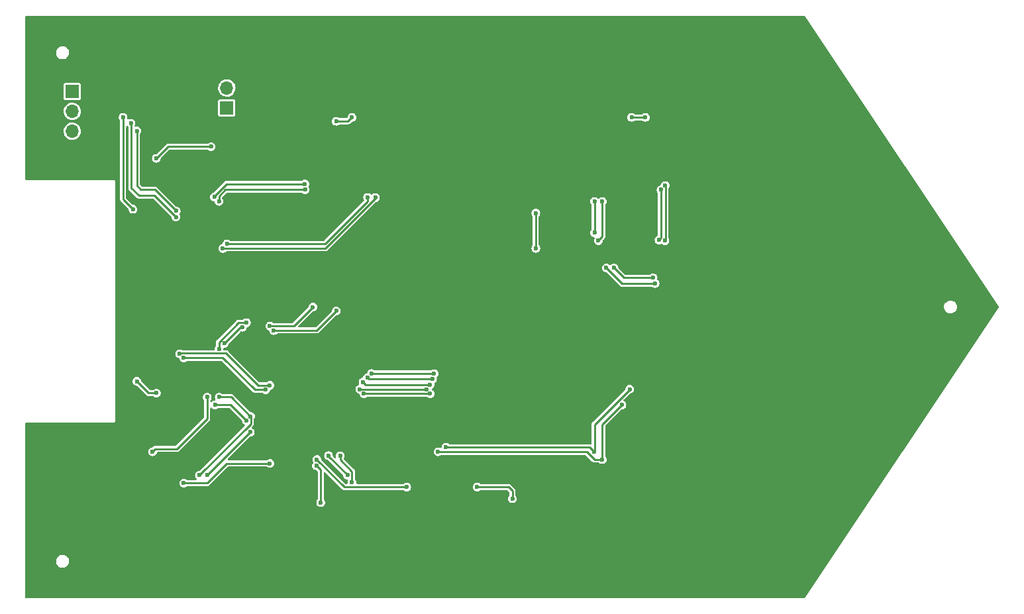
<source format=gbr>
G04 #@! TF.GenerationSoftware,KiCad,Pcbnew,(6.0.6-0)*
G04 #@! TF.CreationDate,2022-08-30T17:18:48-07:00*
G04 #@! TF.ProjectId,RobotDriver,526f626f-7444-4726-9976-65722e6b6963,rev?*
G04 #@! TF.SameCoordinates,Original*
G04 #@! TF.FileFunction,Copper,L2,Bot*
G04 #@! TF.FilePolarity,Positive*
%FSLAX46Y46*%
G04 Gerber Fmt 4.6, Leading zero omitted, Abs format (unit mm)*
G04 Created by KiCad (PCBNEW (6.0.6-0)) date 2022-08-30 17:18:48*
%MOMM*%
%LPD*%
G01*
G04 APERTURE LIST*
G04 #@! TA.AperFunction,ComponentPad*
%ADD10R,1.700000X1.700000*%
G04 #@! TD*
G04 #@! TA.AperFunction,ComponentPad*
%ADD11O,1.700000X1.700000*%
G04 #@! TD*
G04 #@! TA.AperFunction,ComponentPad*
%ADD12C,0.600000*%
G04 #@! TD*
G04 #@! TA.AperFunction,SMDPad,CuDef*
%ADD13R,3.000000X3.000000*%
G04 #@! TD*
G04 #@! TA.AperFunction,ViaPad*
%ADD14C,0.600000*%
G04 #@! TD*
G04 #@! TA.AperFunction,Conductor*
%ADD15C,0.254000*%
G04 #@! TD*
G04 APERTURE END LIST*
D10*
X101250000Y-57450000D03*
D11*
X101250000Y-59990000D03*
X101250000Y-62530000D03*
X101250000Y-65070000D03*
D10*
X121000000Y-59540000D03*
D11*
X121000000Y-57000000D03*
X121000000Y-54460000D03*
D12*
X173200000Y-64550000D03*
X170800000Y-66950000D03*
X170800000Y-64550000D03*
X173200000Y-66950000D03*
D13*
X172000000Y-65750000D03*
D12*
X133300000Y-64800000D03*
D13*
X134500000Y-66000000D03*
D12*
X135700000Y-67200000D03*
X133300000Y-67200000D03*
X135700000Y-64800000D03*
D14*
X122500000Y-83500000D03*
X173250000Y-80000000D03*
X196500000Y-61000000D03*
X127500000Y-94500000D03*
X177500000Y-64750000D03*
X165500000Y-80000000D03*
X135250000Y-70500000D03*
X161500000Y-99500000D03*
X156500000Y-93500000D03*
X135250000Y-94500000D03*
X140000000Y-65500000D03*
X160500000Y-71000000D03*
X177750000Y-86500000D03*
X140000000Y-101250000D03*
X132237500Y-82500000D03*
X129250000Y-85250000D03*
X110250000Y-100000000D03*
X209750000Y-82500000D03*
X119500000Y-118000000D03*
X141000000Y-110000000D03*
X149750000Y-59000000D03*
X119500000Y-94500000D03*
X162000000Y-95500000D03*
X165750000Y-110250000D03*
X196250000Y-102000000D03*
X117000000Y-83000000D03*
X195000000Y-95500000D03*
X99000000Y-106500000D03*
X112500000Y-59250000D03*
X146500000Y-77500000D03*
X149500000Y-74000000D03*
X201750000Y-71500000D03*
X172717352Y-70282648D03*
X161500000Y-91000000D03*
X160500000Y-77500000D03*
X160500000Y-73000000D03*
X172500000Y-95500000D03*
X137000000Y-107423500D03*
X126500000Y-87423500D03*
X167923500Y-103500000D03*
X120029978Y-96500000D03*
X135500000Y-104000000D03*
X132000000Y-85000000D03*
X117500000Y-106500000D03*
X123500000Y-87000000D03*
X124029978Y-98970022D03*
X149000000Y-102923500D03*
X120000000Y-90346500D03*
X123500000Y-99500000D03*
X123000000Y-87576500D03*
X134000000Y-104000000D03*
X136423500Y-106500000D03*
X171500000Y-97500000D03*
X120678062Y-89637233D03*
X124000000Y-101000000D03*
X118500000Y-106500000D03*
X119500000Y-97500000D03*
X135000000Y-85500000D03*
X169000000Y-104500000D03*
X148000000Y-103500000D03*
X127000000Y-88000000D03*
X109500000Y-94500000D03*
X112000000Y-96000000D03*
X107750000Y-60750000D03*
X109000000Y-72500000D03*
X119423500Y-70923500D03*
X130971795Y-69251028D03*
X120000000Y-71500000D03*
X131000000Y-70000000D03*
X139000000Y-71000000D03*
X121029978Y-76923500D03*
X120500000Y-77500000D03*
X140000000Y-71000000D03*
X147000000Y-96076500D03*
X125970022Y-95576500D03*
X115500000Y-91500000D03*
X138529978Y-96076500D03*
X138000000Y-95500000D03*
X146500000Y-95500000D03*
X126500000Y-95000000D03*
X114970022Y-90970022D03*
X168500000Y-76500000D03*
X169000000Y-71500000D03*
X169500000Y-80000000D03*
X177029978Y-69470022D03*
X177000000Y-76500000D03*
X175750000Y-82000000D03*
X168000000Y-75500000D03*
X168000000Y-71500000D03*
X176250000Y-76433998D03*
X175500000Y-81250000D03*
X176500000Y-70000000D03*
X170500000Y-80000000D03*
X147500000Y-93500000D03*
X139500000Y-93500000D03*
X147000000Y-94923500D03*
X138422113Y-94574738D03*
X147300915Y-94222578D03*
X138962909Y-94055802D03*
X137000000Y-60750000D03*
X135000000Y-61250000D03*
X172750000Y-60750000D03*
X174500000Y-60750000D03*
X111500000Y-103500000D03*
X118500000Y-96500000D03*
X114532896Y-72717601D03*
X109500000Y-62500000D03*
X108750497Y-61500000D03*
X114500000Y-73500000D03*
X119000000Y-64500000D03*
X112000000Y-66000000D03*
X157500000Y-109500000D03*
X153000000Y-108000000D03*
X132500000Y-104500000D03*
X144000000Y-108000000D03*
X126500000Y-105000000D03*
X115500000Y-107500000D03*
X132467104Y-105282399D03*
X133000000Y-110000000D03*
D15*
X160500000Y-73000000D02*
X160500000Y-77500000D01*
X149000500Y-102923000D02*
X149000000Y-102923500D01*
X137000000Y-107423500D02*
X137000000Y-106000000D01*
X129576500Y-87423500D02*
X132000000Y-85000000D01*
X121559956Y-96500000D02*
X124029978Y-98970022D01*
X124077000Y-99017044D02*
X124029978Y-98970022D01*
X124077000Y-99923000D02*
X124077000Y-99017044D01*
X167923500Y-103500000D02*
X168000000Y-103423500D01*
X137000000Y-106000000D02*
X135500000Y-104500000D01*
X167346500Y-102923000D02*
X149000500Y-102923000D01*
X168000000Y-100000000D02*
X172500000Y-95500000D01*
X122499293Y-87000000D02*
X120000000Y-89499293D01*
X167923500Y-103500000D02*
X167346500Y-102923000D01*
X117500000Y-106500000D02*
X124077000Y-99923000D01*
X120000000Y-89499293D02*
X120000000Y-90346500D01*
X120029978Y-96500000D02*
X121559956Y-96500000D01*
X168000000Y-103423500D02*
X168000000Y-100000000D01*
X123500000Y-87000000D02*
X122499293Y-87000000D01*
X126500000Y-87423500D02*
X129576500Y-87423500D01*
X135500000Y-104500000D02*
X135500000Y-104000000D01*
X122738795Y-87576500D02*
X120678062Y-89637233D01*
X134000000Y-104076500D02*
X134000000Y-104000000D01*
X121500000Y-97500000D02*
X123500000Y-99500000D01*
X167000000Y-103500000D02*
X148000000Y-103500000D01*
X169000000Y-104500000D02*
X169000000Y-100000000D01*
X123000000Y-87576500D02*
X122738795Y-87576500D01*
X169000000Y-104500000D02*
X168000000Y-104500000D01*
X169000000Y-100000000D02*
X171500000Y-97500000D01*
X118500000Y-106500000D02*
X124000000Y-101000000D01*
X132500000Y-88000000D02*
X127000000Y-88000000D01*
X136423500Y-106500000D02*
X134000000Y-104076500D01*
X119500000Y-97500000D02*
X121500000Y-97500000D01*
X135000000Y-85500000D02*
X132500000Y-88000000D01*
X168000000Y-104500000D02*
X167000000Y-103500000D01*
X111000000Y-96000000D02*
X112000000Y-96000000D01*
X109500000Y-94500000D02*
X111000000Y-96000000D01*
X107750000Y-60750000D02*
X107750000Y-71250000D01*
X107750000Y-71250000D02*
X109000000Y-72500000D01*
X119423500Y-70821160D02*
X120993632Y-69251028D01*
X120993632Y-69251028D02*
X130971795Y-69251028D01*
X119423500Y-70923500D02*
X119423500Y-70821160D01*
X120000000Y-70816002D02*
X120000000Y-71500000D01*
X120816002Y-70000000D02*
X120000000Y-70816002D01*
X131000000Y-70000000D02*
X120816002Y-70000000D01*
X134500000Y-76000000D02*
X139000000Y-71500000D01*
X139000000Y-71500000D02*
X139000000Y-71000000D01*
X133576500Y-76923500D02*
X121029978Y-76923500D01*
X134500000Y-76000000D02*
X133576500Y-76923500D01*
X140000000Y-71071342D02*
X133571342Y-77500000D01*
X140000000Y-71000000D02*
X140000000Y-71071342D01*
X120500000Y-77500000D02*
X133500000Y-77500000D01*
X147000000Y-96076500D02*
X138529978Y-96076500D01*
X125970022Y-95576500D02*
X124576500Y-95576500D01*
X124576500Y-95576500D02*
X120500000Y-91500000D01*
X120500000Y-91500000D02*
X115500000Y-91500000D01*
X146500000Y-95500000D02*
X138000000Y-95500000D01*
X126500000Y-95000000D02*
X125000000Y-95000000D01*
X120923000Y-90923000D02*
X115017044Y-90923000D01*
X125000000Y-95000000D02*
X120923000Y-90923000D01*
X115017044Y-90923000D02*
X114970022Y-90970022D01*
X169000000Y-71500000D02*
X169000000Y-76000000D01*
X169000000Y-76000000D02*
X168500000Y-76500000D01*
X177077000Y-76423000D02*
X177000000Y-76500000D01*
X177077000Y-69517044D02*
X177077000Y-76423000D01*
X171500000Y-82000000D02*
X169500000Y-80000000D01*
X175750000Y-82000000D02*
X171500000Y-82000000D01*
X177029978Y-69470022D02*
X177077000Y-69517044D01*
X168000000Y-75500000D02*
X168000000Y-71500000D01*
X176500000Y-70000000D02*
X176500000Y-76183998D01*
X171750000Y-81250000D02*
X175500000Y-81250000D01*
X176250000Y-76433998D02*
X176500000Y-76183998D01*
X170500000Y-80000000D02*
X171750000Y-81250000D01*
X147500000Y-93500000D02*
X139500000Y-93500000D01*
X138770875Y-94923500D02*
X138422113Y-94574738D01*
X147000000Y-94923500D02*
X138770875Y-94923500D01*
X147300915Y-94222578D02*
X139129685Y-94222578D01*
X139129685Y-94222578D02*
X138962909Y-94055802D01*
X136500000Y-61250000D02*
X135000000Y-61250000D01*
X137000000Y-60750000D02*
X136500000Y-61250000D01*
X174500000Y-60750000D02*
X172750000Y-60750000D01*
X111850000Y-103150000D02*
X114600000Y-103150000D01*
X111500000Y-103500000D02*
X111850000Y-103150000D01*
X114600000Y-103150000D02*
X118500000Y-99250000D01*
X118500000Y-99250000D02*
X118500000Y-96500000D01*
X109500000Y-69500000D02*
X110000000Y-70000000D01*
X111815295Y-70000000D02*
X114532896Y-72717601D01*
X110000000Y-70000000D02*
X111815295Y-70000000D01*
X109500000Y-62500000D02*
X109500000Y-69500000D01*
X108782648Y-61532151D02*
X108782648Y-69782648D01*
X111750000Y-70750000D02*
X114500000Y-73500000D01*
X108750497Y-61500000D02*
X108782648Y-61532151D01*
X108782648Y-69782648D02*
X109750000Y-70750000D01*
X109750000Y-70750000D02*
X111750000Y-70750000D01*
X113500000Y-64500000D02*
X119000000Y-64500000D01*
X112000000Y-66000000D02*
X113500000Y-64500000D01*
X153000000Y-108000000D02*
X157000000Y-108000000D01*
X144000000Y-108000000D02*
X136000000Y-108000000D01*
X157000000Y-108000000D02*
X157500000Y-108500000D01*
X136000000Y-108000000D02*
X132500000Y-104500000D01*
X157500000Y-108500000D02*
X157500000Y-109500000D01*
X118500000Y-107500000D02*
X121000000Y-105000000D01*
X121000000Y-105000000D02*
X126500000Y-105000000D01*
X115500000Y-107500000D02*
X118500000Y-107500000D01*
X133000000Y-110000000D02*
X133000000Y-105815295D01*
X133000000Y-105815295D02*
X132467104Y-105282399D01*
G04 #@! TA.AperFunction,Conductor*
G36*
X194864484Y-47774502D02*
G01*
X194901201Y-47810608D01*
X219647534Y-84930108D01*
X219668678Y-84997883D01*
X219647534Y-85069892D01*
X194901201Y-122189392D01*
X194846772Y-122234977D01*
X194796363Y-122245500D01*
X95380500Y-122245500D01*
X95312379Y-122225498D01*
X95265886Y-122171842D01*
X95254500Y-122119500D01*
X95254500Y-117453367D01*
X99165906Y-117453367D01*
X99175349Y-117633564D01*
X99177162Y-117640144D01*
X99177162Y-117640147D01*
X99219363Y-117793351D01*
X99223268Y-117807530D01*
X99307424Y-117967148D01*
X99311826Y-117972357D01*
X99311828Y-117972360D01*
X99419487Y-118099757D01*
X99419491Y-118099761D01*
X99423894Y-118104971D01*
X99429318Y-118109118D01*
X99429319Y-118109119D01*
X99561821Y-118210425D01*
X99561825Y-118210428D01*
X99567242Y-118214569D01*
X99573422Y-118217451D01*
X99573424Y-118217452D01*
X99641066Y-118248994D01*
X99730780Y-118290828D01*
X99808984Y-118308309D01*
X99901835Y-118329064D01*
X99901841Y-118329065D01*
X99906879Y-118330191D01*
X99912406Y-118330500D01*
X100045077Y-118330500D01*
X100179389Y-118315909D01*
X100350409Y-118258355D01*
X100505080Y-118165419D01*
X100510042Y-118160727D01*
X100631229Y-118046126D01*
X100631231Y-118046124D01*
X100636187Y-118041437D01*
X100737612Y-117892195D01*
X100769059Y-117813572D01*
X100802089Y-117730992D01*
X100802090Y-117730987D01*
X100804623Y-117724655D01*
X100834094Y-117546633D01*
X100824651Y-117366436D01*
X100797815Y-117269008D01*
X100778545Y-117199052D01*
X100776732Y-117192470D01*
X100692576Y-117032852D01*
X100688174Y-117027643D01*
X100688172Y-117027640D01*
X100580513Y-116900243D01*
X100580509Y-116900239D01*
X100576106Y-116895029D01*
X100570681Y-116890881D01*
X100438179Y-116789575D01*
X100438175Y-116789572D01*
X100432758Y-116785431D01*
X100426578Y-116782549D01*
X100426576Y-116782548D01*
X100346399Y-116745161D01*
X100269220Y-116709172D01*
X100153718Y-116683354D01*
X100098165Y-116670936D01*
X100098159Y-116670935D01*
X100093121Y-116669809D01*
X100087594Y-116669500D01*
X99954923Y-116669500D01*
X99820611Y-116684091D01*
X99649591Y-116741645D01*
X99494920Y-116834581D01*
X99489960Y-116839272D01*
X99489958Y-116839273D01*
X99425485Y-116900243D01*
X99363813Y-116958563D01*
X99262388Y-117107805D01*
X99259855Y-117114139D01*
X99259853Y-117114142D01*
X99197911Y-117269008D01*
X99197910Y-117269013D01*
X99195377Y-117275345D01*
X99165906Y-117453367D01*
X95254500Y-117453367D01*
X95254500Y-103500000D01*
X110940715Y-103500000D01*
X110943201Y-103518886D01*
X110955338Y-103611072D01*
X110959772Y-103644754D01*
X110962931Y-103652380D01*
X110991089Y-103720358D01*
X111015645Y-103779642D01*
X111020672Y-103786193D01*
X111094139Y-103881937D01*
X111104526Y-103895474D01*
X111111076Y-103900500D01*
X111111079Y-103900503D01*
X111192438Y-103962932D01*
X111220357Y-103984355D01*
X111355246Y-104040228D01*
X111500000Y-104059285D01*
X111508188Y-104058207D01*
X111636566Y-104041306D01*
X111644754Y-104040228D01*
X111779643Y-103984355D01*
X111807562Y-103962932D01*
X111888921Y-103900503D01*
X111888924Y-103900500D01*
X111895474Y-103895474D01*
X111905862Y-103881937D01*
X111979328Y-103786193D01*
X111984355Y-103779642D01*
X112008912Y-103720358D01*
X112037069Y-103652380D01*
X112040228Y-103644754D01*
X112041306Y-103636568D01*
X112043443Y-103628591D01*
X112045933Y-103629258D01*
X112069435Y-103576129D01*
X112128699Y-103537036D01*
X112165637Y-103531500D01*
X114545865Y-103531500D01*
X114570164Y-103534086D01*
X114571602Y-103534154D01*
X114581780Y-103536345D01*
X114615341Y-103532373D01*
X114621320Y-103532021D01*
X114621312Y-103531928D01*
X114626490Y-103531500D01*
X114631692Y-103531500D01*
X114650846Y-103528312D01*
X114656704Y-103527478D01*
X114673318Y-103525512D01*
X114697567Y-103522642D01*
X114697568Y-103522642D01*
X114707907Y-103521418D01*
X114716206Y-103517433D01*
X114725283Y-103515922D01*
X114770651Y-103491442D01*
X114775914Y-103488761D01*
X114815250Y-103469873D01*
X114815254Y-103469870D01*
X114822398Y-103466440D01*
X114826692Y-103462830D01*
X114828624Y-103460898D01*
X114830573Y-103459111D01*
X114830626Y-103459082D01*
X114830746Y-103459212D01*
X114831315Y-103458710D01*
X114837057Y-103455612D01*
X114873867Y-103415792D01*
X114877296Y-103412227D01*
X118731479Y-99558044D01*
X118750495Y-99542685D01*
X118751556Y-99541719D01*
X118760304Y-99536071D01*
X118781229Y-99509528D01*
X118785206Y-99505053D01*
X118785135Y-99504992D01*
X118788488Y-99501035D01*
X118792171Y-99497352D01*
X118798976Y-99487830D01*
X118803453Y-99481564D01*
X118807018Y-99476815D01*
X118832488Y-99444507D01*
X118832489Y-99444506D01*
X118838934Y-99436330D01*
X118841985Y-99427643D01*
X118847334Y-99420157D01*
X118862099Y-99370786D01*
X118863933Y-99365141D01*
X118881016Y-99316498D01*
X118881500Y-99310909D01*
X118881500Y-99308198D01*
X118881615Y-99305531D01*
X118881634Y-99305468D01*
X118881808Y-99305475D01*
X118881855Y-99304729D01*
X118883725Y-99298476D01*
X118881597Y-99244322D01*
X118881500Y-99239375D01*
X118881500Y-97975115D01*
X118901502Y-97906994D01*
X118955158Y-97860501D01*
X119025432Y-97850397D01*
X119090012Y-97879891D01*
X119096593Y-97886017D01*
X119099499Y-97888923D01*
X119104526Y-97895474D01*
X119220357Y-97984355D01*
X119355246Y-98040228D01*
X119500000Y-98059285D01*
X119508188Y-98058207D01*
X119636566Y-98041306D01*
X119644754Y-98040228D01*
X119779643Y-97984355D01*
X119879752Y-97907538D01*
X119945972Y-97881937D01*
X119956456Y-97881500D01*
X121289788Y-97881500D01*
X121357909Y-97901502D01*
X121378883Y-97918405D01*
X122907474Y-99446997D01*
X122941500Y-99509309D01*
X122943301Y-99519645D01*
X122947108Y-99548558D01*
X122959772Y-99644754D01*
X122962931Y-99652380D01*
X123012008Y-99770861D01*
X123015645Y-99779642D01*
X123020672Y-99786193D01*
X123094228Y-99882053D01*
X123104526Y-99895474D01*
X123111076Y-99900500D01*
X123111079Y-99900503D01*
X123213804Y-99979327D01*
X123220357Y-99984355D01*
X123227986Y-99987515D01*
X123235141Y-99991646D01*
X123234344Y-99993026D01*
X123282279Y-100031662D01*
X123304694Y-100099027D01*
X123287130Y-100167817D01*
X123267869Y-100192608D01*
X117553003Y-105907474D01*
X117490691Y-105941500D01*
X117480355Y-105943301D01*
X117441267Y-105948447D01*
X117355246Y-105959772D01*
X117322546Y-105973317D01*
X117227986Y-106012485D01*
X117227984Y-106012486D01*
X117220358Y-106015645D01*
X117104526Y-106104526D01*
X117015645Y-106220358D01*
X116959772Y-106355246D01*
X116940715Y-106500000D01*
X116959772Y-106644754D01*
X117015645Y-106779642D01*
X117104526Y-106895474D01*
X117111080Y-106900503D01*
X117113979Y-106903402D01*
X117148006Y-106965714D01*
X117142943Y-107036530D01*
X117100397Y-107093366D01*
X117033878Y-107118179D01*
X117024886Y-107118500D01*
X115956456Y-107118500D01*
X115888335Y-107098498D01*
X115879752Y-107092462D01*
X115786196Y-107020673D01*
X115786194Y-107020672D01*
X115779643Y-107015645D01*
X115644754Y-106959772D01*
X115500000Y-106940715D01*
X115491812Y-106941793D01*
X115363432Y-106958694D01*
X115363430Y-106958695D01*
X115355246Y-106959772D01*
X115312382Y-106977527D01*
X115227986Y-107012485D01*
X115227984Y-107012486D01*
X115220358Y-107015645D01*
X115104526Y-107104526D01*
X115015645Y-107220358D01*
X114959772Y-107355246D01*
X114940715Y-107500000D01*
X114941793Y-107508188D01*
X114956316Y-107618500D01*
X114959772Y-107644754D01*
X114962931Y-107652380D01*
X115003162Y-107749505D01*
X115015645Y-107779642D01*
X115040504Y-107812039D01*
X115095788Y-107884086D01*
X115104526Y-107895474D01*
X115111076Y-107900500D01*
X115111079Y-107900503D01*
X115213804Y-107979327D01*
X115220357Y-107984355D01*
X115355246Y-108040228D01*
X115500000Y-108059285D01*
X115508188Y-108058207D01*
X115636566Y-108041306D01*
X115644754Y-108040228D01*
X115779643Y-107984355D01*
X115879752Y-107907538D01*
X115945972Y-107881937D01*
X115956456Y-107881500D01*
X118445865Y-107881500D01*
X118470164Y-107884086D01*
X118471602Y-107884154D01*
X118481780Y-107886345D01*
X118515341Y-107882373D01*
X118521320Y-107882021D01*
X118521312Y-107881928D01*
X118526490Y-107881500D01*
X118531692Y-107881500D01*
X118550846Y-107878312D01*
X118556704Y-107877478D01*
X118573318Y-107875512D01*
X118597567Y-107872642D01*
X118597568Y-107872642D01*
X118607907Y-107871418D01*
X118616206Y-107867433D01*
X118625283Y-107865922D01*
X118670651Y-107841442D01*
X118675914Y-107838761D01*
X118715250Y-107819873D01*
X118715254Y-107819870D01*
X118722398Y-107816440D01*
X118726692Y-107812830D01*
X118728624Y-107810898D01*
X118730573Y-107809111D01*
X118730626Y-107809082D01*
X118730745Y-107809212D01*
X118731313Y-107808711D01*
X118737057Y-107805612D01*
X118773867Y-107765791D01*
X118777296Y-107762226D01*
X121121118Y-105418405D01*
X121183430Y-105384379D01*
X121210213Y-105381500D01*
X126043544Y-105381500D01*
X126111665Y-105401502D01*
X126120248Y-105407538D01*
X126145811Y-105427153D01*
X126220357Y-105484355D01*
X126355246Y-105540228D01*
X126500000Y-105559285D01*
X126508188Y-105558207D01*
X126636566Y-105541306D01*
X126644754Y-105540228D01*
X126779643Y-105484355D01*
X126786196Y-105479327D01*
X126888921Y-105400503D01*
X126888924Y-105400500D01*
X126895474Y-105395474D01*
X126903988Y-105384379D01*
X126939915Y-105337558D01*
X126982240Y-105282399D01*
X131907819Y-105282399D01*
X131908897Y-105290587D01*
X131924294Y-105407538D01*
X131926876Y-105427153D01*
X131930035Y-105434779D01*
X131973714Y-105540228D01*
X131982749Y-105562041D01*
X132071630Y-105677873D01*
X132078180Y-105682899D01*
X132078183Y-105682902D01*
X132180047Y-105761065D01*
X132187461Y-105766754D01*
X132322350Y-105822627D01*
X132353668Y-105826750D01*
X132447459Y-105839098D01*
X132512387Y-105867820D01*
X132520108Y-105874925D01*
X132581595Y-105936412D01*
X132615621Y-105998724D01*
X132618500Y-106025507D01*
X132618500Y-109543543D01*
X132598498Y-109611664D01*
X132592462Y-109620247D01*
X132520675Y-109713802D01*
X132520673Y-109713805D01*
X132515645Y-109720358D01*
X132512486Y-109727984D01*
X132512485Y-109727986D01*
X132488375Y-109786193D01*
X132459772Y-109855246D01*
X132440715Y-110000000D01*
X132459772Y-110144754D01*
X132515645Y-110279642D01*
X132604526Y-110395474D01*
X132611076Y-110400500D01*
X132611079Y-110400503D01*
X132713804Y-110479327D01*
X132720357Y-110484355D01*
X132855246Y-110540228D01*
X133000000Y-110559285D01*
X133008188Y-110558207D01*
X133136566Y-110541306D01*
X133144754Y-110540228D01*
X133279643Y-110484355D01*
X133286196Y-110479327D01*
X133388921Y-110400503D01*
X133388924Y-110400500D01*
X133395474Y-110395474D01*
X133484355Y-110279642D01*
X133540228Y-110144754D01*
X133559285Y-110000000D01*
X133540228Y-109855246D01*
X133511625Y-109786193D01*
X133487515Y-109727986D01*
X133487514Y-109727984D01*
X133484355Y-109720358D01*
X133479327Y-109713805D01*
X133479325Y-109713802D01*
X133407538Y-109620247D01*
X133381937Y-109554027D01*
X133381500Y-109543543D01*
X133381500Y-106225212D01*
X133401502Y-106157091D01*
X133455158Y-106110598D01*
X133525432Y-106100494D01*
X133590012Y-106129988D01*
X133596594Y-106136116D01*
X134673185Y-107212708D01*
X135691956Y-108231479D01*
X135707315Y-108250495D01*
X135708281Y-108251556D01*
X135713929Y-108260304D01*
X135735871Y-108277602D01*
X135740472Y-108281229D01*
X135744950Y-108285208D01*
X135745010Y-108285137D01*
X135748967Y-108288490D01*
X135752648Y-108292171D01*
X135756880Y-108295195D01*
X135756882Y-108295197D01*
X135768457Y-108303469D01*
X135773202Y-108307032D01*
X135813670Y-108338934D01*
X135822355Y-108341984D01*
X135829842Y-108347334D01*
X135879247Y-108362109D01*
X135884842Y-108363927D01*
X135933502Y-108381016D01*
X135939091Y-108381500D01*
X135941804Y-108381500D01*
X135944469Y-108381615D01*
X135944532Y-108381634D01*
X135944525Y-108381808D01*
X135945271Y-108381855D01*
X135951524Y-108383725D01*
X136001383Y-108381766D01*
X136005678Y-108381597D01*
X136010625Y-108381500D01*
X143543544Y-108381500D01*
X143611665Y-108401502D01*
X143620248Y-108407538D01*
X143712959Y-108478678D01*
X143720357Y-108484355D01*
X143855246Y-108540228D01*
X144000000Y-108559285D01*
X144008188Y-108558207D01*
X144039081Y-108554140D01*
X144144754Y-108540228D01*
X144279643Y-108484355D01*
X144287031Y-108478686D01*
X144388921Y-108400503D01*
X144388924Y-108400500D01*
X144395474Y-108395474D01*
X144402221Y-108386682D01*
X144479328Y-108286193D01*
X144484355Y-108279642D01*
X144540228Y-108144754D01*
X144559285Y-108000000D01*
X152440715Y-108000000D01*
X152459772Y-108144754D01*
X152515645Y-108279642D01*
X152520672Y-108286193D01*
X152597780Y-108386682D01*
X152604526Y-108395474D01*
X152611076Y-108400500D01*
X152611079Y-108400503D01*
X152712969Y-108478686D01*
X152720357Y-108484355D01*
X152855246Y-108540228D01*
X153000000Y-108559285D01*
X153008188Y-108558207D01*
X153039081Y-108554140D01*
X153144754Y-108540228D01*
X153279643Y-108484355D01*
X153287042Y-108478678D01*
X153379752Y-108407538D01*
X153445972Y-108381937D01*
X153456456Y-108381500D01*
X156789788Y-108381500D01*
X156857909Y-108401502D01*
X156878883Y-108418405D01*
X157081595Y-108621117D01*
X157115621Y-108683429D01*
X157118500Y-108710212D01*
X157118500Y-109043543D01*
X157098498Y-109111664D01*
X157092462Y-109120247D01*
X157020675Y-109213802D01*
X157020673Y-109213805D01*
X157015645Y-109220358D01*
X156959772Y-109355246D01*
X156940715Y-109500000D01*
X156941793Y-109508188D01*
X156956546Y-109620247D01*
X156959772Y-109644754D01*
X156962931Y-109652380D01*
X156991089Y-109720358D01*
X157015645Y-109779642D01*
X157104526Y-109895474D01*
X157111076Y-109900500D01*
X157111079Y-109900503D01*
X157213804Y-109979327D01*
X157220357Y-109984355D01*
X157355246Y-110040228D01*
X157500000Y-110059285D01*
X157508188Y-110058207D01*
X157636566Y-110041306D01*
X157644754Y-110040228D01*
X157779643Y-109984355D01*
X157786196Y-109979327D01*
X157888921Y-109900503D01*
X157888924Y-109900500D01*
X157895474Y-109895474D01*
X157984355Y-109779642D01*
X158008912Y-109720358D01*
X158037069Y-109652380D01*
X158040228Y-109644754D01*
X158043455Y-109620247D01*
X158058207Y-109508188D01*
X158059285Y-109500000D01*
X158040228Y-109355246D01*
X157984355Y-109220358D01*
X157979327Y-109213805D01*
X157979325Y-109213802D01*
X157907538Y-109120247D01*
X157881937Y-109054027D01*
X157881500Y-109043543D01*
X157881500Y-108554140D01*
X157884087Y-108529824D01*
X157884154Y-108528401D01*
X157886346Y-108518220D01*
X157882373Y-108484652D01*
X157882021Y-108478678D01*
X157881928Y-108478686D01*
X157881500Y-108473508D01*
X157881500Y-108468308D01*
X157880646Y-108463176D01*
X157878314Y-108449165D01*
X157877477Y-108443286D01*
X157872642Y-108402433D01*
X157872642Y-108402432D01*
X157871418Y-108392093D01*
X157867433Y-108383794D01*
X157865922Y-108374717D01*
X157841442Y-108329349D01*
X157838761Y-108324086D01*
X157819869Y-108284743D01*
X157816440Y-108277602D01*
X157812831Y-108273308D01*
X157810905Y-108271382D01*
X157809109Y-108269424D01*
X157809079Y-108269367D01*
X157809208Y-108269249D01*
X157808710Y-108268684D01*
X157805612Y-108262943D01*
X157765804Y-108226145D01*
X157762239Y-108222716D01*
X157308044Y-107768521D01*
X157292685Y-107749505D01*
X157291719Y-107748444D01*
X157286071Y-107739696D01*
X157259528Y-107718771D01*
X157255053Y-107714794D01*
X157254992Y-107714865D01*
X157251035Y-107711512D01*
X157247352Y-107707829D01*
X157231561Y-107696545D01*
X157226815Y-107692982D01*
X157194507Y-107667512D01*
X157194506Y-107667511D01*
X157186330Y-107661066D01*
X157177643Y-107658015D01*
X157170157Y-107652666D01*
X157160181Y-107649683D01*
X157160180Y-107649682D01*
X157120789Y-107637902D01*
X157115157Y-107636072D01*
X157066498Y-107618984D01*
X157060909Y-107618500D01*
X157058198Y-107618500D01*
X157055531Y-107618385D01*
X157055468Y-107618366D01*
X157055475Y-107618192D01*
X157054729Y-107618145D01*
X157048476Y-107616275D01*
X157002975Y-107618063D01*
X156994322Y-107618403D01*
X156989375Y-107618500D01*
X153456456Y-107618500D01*
X153388335Y-107598498D01*
X153379752Y-107592462D01*
X153286196Y-107520673D01*
X153286194Y-107520672D01*
X153279643Y-107515645D01*
X153144754Y-107459772D01*
X153000000Y-107440715D01*
X152991812Y-107441793D01*
X152863432Y-107458694D01*
X152863430Y-107458695D01*
X152855246Y-107459772D01*
X152815941Y-107476053D01*
X152727986Y-107512485D01*
X152727984Y-107512486D01*
X152720358Y-107515645D01*
X152604526Y-107604526D01*
X152515645Y-107720358D01*
X152512486Y-107727984D01*
X152512485Y-107727986D01*
X152488375Y-107786193D01*
X152459772Y-107855246D01*
X152458695Y-107863430D01*
X152458694Y-107863432D01*
X152455975Y-107884086D01*
X152440715Y-108000000D01*
X144559285Y-108000000D01*
X144544025Y-107884086D01*
X144541306Y-107863432D01*
X144541305Y-107863430D01*
X144540228Y-107855246D01*
X144511625Y-107786193D01*
X144487515Y-107727986D01*
X144487514Y-107727984D01*
X144484355Y-107720358D01*
X144405960Y-107618192D01*
X144400501Y-107611077D01*
X144400500Y-107611076D01*
X144395474Y-107604526D01*
X144388924Y-107599500D01*
X144388921Y-107599497D01*
X144286196Y-107520673D01*
X144286194Y-107520672D01*
X144279643Y-107515645D01*
X144144754Y-107459772D01*
X144000000Y-107440715D01*
X143991812Y-107441793D01*
X143863432Y-107458694D01*
X143863430Y-107458695D01*
X143855246Y-107459772D01*
X143815941Y-107476053D01*
X143727986Y-107512485D01*
X143727984Y-107512486D01*
X143720358Y-107515645D01*
X143713807Y-107520672D01*
X143713802Y-107520675D01*
X143620247Y-107592462D01*
X143554027Y-107618063D01*
X143543543Y-107618500D01*
X137677288Y-107618500D01*
X137609167Y-107598498D01*
X137562674Y-107544842D01*
X137552366Y-107476053D01*
X137554094Y-107462932D01*
X137559285Y-107423500D01*
X137540228Y-107278746D01*
X137484355Y-107143858D01*
X137479327Y-107137305D01*
X137479325Y-107137302D01*
X137407538Y-107043747D01*
X137381937Y-106977527D01*
X137381500Y-106967043D01*
X137381500Y-106054136D01*
X137384085Y-106029847D01*
X137384153Y-106028400D01*
X137386345Y-106018220D01*
X137382373Y-105984660D01*
X137382020Y-105978679D01*
X137381928Y-105978687D01*
X137381500Y-105973508D01*
X137381500Y-105968308D01*
X137380647Y-105963181D01*
X137380646Y-105963173D01*
X137378312Y-105949151D01*
X137377475Y-105943275D01*
X137372641Y-105902431D01*
X137372640Y-105902429D01*
X137371417Y-105892092D01*
X137367433Y-105883795D01*
X137365922Y-105874717D01*
X137360978Y-105865555D01*
X137360977Y-105865551D01*
X137341447Y-105829356D01*
X137338751Y-105824066D01*
X137319871Y-105784747D01*
X137319871Y-105784746D01*
X137316440Y-105777602D01*
X137312830Y-105773308D01*
X137310898Y-105771376D01*
X137309111Y-105769427D01*
X137309082Y-105769374D01*
X137309212Y-105769255D01*
X137308711Y-105768687D01*
X137305612Y-105762943D01*
X137265791Y-105726133D01*
X137262226Y-105722704D01*
X135990769Y-104451246D01*
X135956743Y-104388934D01*
X135961808Y-104318118D01*
X135975448Y-104293489D01*
X135975199Y-104293345D01*
X135979329Y-104286192D01*
X135984355Y-104279642D01*
X136008912Y-104220358D01*
X136037069Y-104152380D01*
X136040228Y-104144754D01*
X136043455Y-104120247D01*
X136057641Y-104012485D01*
X136059285Y-104000000D01*
X136043742Y-103881937D01*
X136041306Y-103863432D01*
X136041305Y-103863430D01*
X136040228Y-103855246D01*
X136011625Y-103786193D01*
X135987515Y-103727986D01*
X135987514Y-103727984D01*
X135984355Y-103720358D01*
X135895474Y-103604526D01*
X135888924Y-103599500D01*
X135888921Y-103599497D01*
X135786196Y-103520673D01*
X135786194Y-103520672D01*
X135779643Y-103515645D01*
X135741873Y-103500000D01*
X147440715Y-103500000D01*
X147443201Y-103518886D01*
X147455338Y-103611072D01*
X147459772Y-103644754D01*
X147462931Y-103652380D01*
X147491089Y-103720358D01*
X147515645Y-103779642D01*
X147520672Y-103786193D01*
X147594139Y-103881937D01*
X147604526Y-103895474D01*
X147611076Y-103900500D01*
X147611079Y-103900503D01*
X147692438Y-103962932D01*
X147720357Y-103984355D01*
X147855246Y-104040228D01*
X148000000Y-104059285D01*
X148008188Y-104058207D01*
X148136566Y-104041306D01*
X148144754Y-104040228D01*
X148279643Y-103984355D01*
X148335111Y-103941793D01*
X148379752Y-103907538D01*
X148445972Y-103881937D01*
X148456456Y-103881500D01*
X166789788Y-103881500D01*
X166857909Y-103901502D01*
X166878883Y-103918405D01*
X167691954Y-104731476D01*
X167707318Y-104750499D01*
X167708282Y-104751558D01*
X167713929Y-104760304D01*
X167722108Y-104766752D01*
X167722110Y-104766754D01*
X167740477Y-104781234D01*
X167744950Y-104785209D01*
X167745011Y-104785137D01*
X167748968Y-104788490D01*
X167752649Y-104792171D01*
X167756881Y-104795195D01*
X167768439Y-104803455D01*
X167773185Y-104807018D01*
X167813670Y-104838934D01*
X167822355Y-104841984D01*
X167829843Y-104847335D01*
X167879250Y-104862110D01*
X167884837Y-104863926D01*
X167933502Y-104881016D01*
X167939091Y-104881500D01*
X167941802Y-104881500D01*
X167944471Y-104881615D01*
X167944532Y-104881634D01*
X167944525Y-104881808D01*
X167945272Y-104881855D01*
X167951525Y-104883725D01*
X168005689Y-104881597D01*
X168010635Y-104881500D01*
X168543544Y-104881500D01*
X168611665Y-104901502D01*
X168620248Y-104907538D01*
X168720357Y-104984355D01*
X168855246Y-105040228D01*
X169000000Y-105059285D01*
X169008188Y-105058207D01*
X169136566Y-105041306D01*
X169144754Y-105040228D01*
X169279643Y-104984355D01*
X169286196Y-104979327D01*
X169388921Y-104900503D01*
X169388924Y-104900500D01*
X169395474Y-104895474D01*
X169404490Y-104883725D01*
X169464757Y-104805183D01*
X169484355Y-104779642D01*
X169489694Y-104766754D01*
X169537069Y-104652380D01*
X169540228Y-104644754D01*
X169542792Y-104625283D01*
X169558207Y-104508188D01*
X169559285Y-104500000D01*
X169553847Y-104458694D01*
X169541306Y-104363432D01*
X169541305Y-104363430D01*
X169540228Y-104355246D01*
X169511625Y-104286193D01*
X169487515Y-104227986D01*
X169487514Y-104227984D01*
X169484355Y-104220358D01*
X169479327Y-104213805D01*
X169479325Y-104213802D01*
X169407538Y-104120247D01*
X169381937Y-104054027D01*
X169381500Y-104043543D01*
X169381500Y-100210212D01*
X169401502Y-100142091D01*
X169418405Y-100121117D01*
X171446997Y-98092526D01*
X171509309Y-98058500D01*
X171519645Y-98056699D01*
X171636566Y-98041306D01*
X171644754Y-98040228D01*
X171779643Y-97984355D01*
X171791685Y-97975115D01*
X171888921Y-97900503D01*
X171888924Y-97900500D01*
X171895474Y-97895474D01*
X171905862Y-97881937D01*
X171979328Y-97786193D01*
X171984355Y-97779642D01*
X172040228Y-97644754D01*
X172059285Y-97500000D01*
X172040228Y-97355246D01*
X171984355Y-97220358D01*
X171906197Y-97118500D01*
X171900501Y-97111077D01*
X171900500Y-97111076D01*
X171895474Y-97104526D01*
X171888924Y-97099500D01*
X171888921Y-97099497D01*
X171786196Y-97020673D01*
X171786194Y-97020672D01*
X171779643Y-97015645D01*
X171772014Y-97012485D01*
X171764859Y-97008354D01*
X171765656Y-97006974D01*
X171717721Y-96968338D01*
X171695306Y-96900973D01*
X171712870Y-96832183D01*
X171732131Y-96807392D01*
X172446997Y-96092526D01*
X172509309Y-96058500D01*
X172519645Y-96056699D01*
X172636566Y-96041306D01*
X172644754Y-96040228D01*
X172779643Y-95984355D01*
X172786196Y-95979327D01*
X172888921Y-95900503D01*
X172888924Y-95900500D01*
X172895474Y-95895474D01*
X172904648Y-95883519D01*
X172955335Y-95817462D01*
X172984355Y-95779642D01*
X173008912Y-95720358D01*
X173037069Y-95652380D01*
X173040228Y-95644754D01*
X173043685Y-95618500D01*
X173058207Y-95508188D01*
X173059285Y-95500000D01*
X173040228Y-95355246D01*
X173011625Y-95286193D01*
X172987515Y-95227986D01*
X172987514Y-95227984D01*
X172984355Y-95220358D01*
X172895474Y-95104526D01*
X172888924Y-95099500D01*
X172888921Y-95099497D01*
X172786196Y-95020673D01*
X172786194Y-95020672D01*
X172779643Y-95015645D01*
X172644754Y-94959772D01*
X172500000Y-94940715D01*
X172491812Y-94941793D01*
X172363432Y-94958694D01*
X172363430Y-94958695D01*
X172355246Y-94959772D01*
X172346531Y-94963382D01*
X172227986Y-95012485D01*
X172227984Y-95012486D01*
X172220358Y-95015645D01*
X172104526Y-95104526D01*
X172015645Y-95220358D01*
X172012486Y-95227984D01*
X172012485Y-95227986D01*
X171988375Y-95286193D01*
X171959772Y-95355246D01*
X171958695Y-95363430D01*
X171958694Y-95363432D01*
X171943301Y-95480355D01*
X171914579Y-95545283D01*
X171907474Y-95553004D01*
X167768521Y-99691956D01*
X167749505Y-99707315D01*
X167748444Y-99708281D01*
X167739696Y-99713929D01*
X167720399Y-99738407D01*
X167718771Y-99740472D01*
X167714794Y-99744947D01*
X167714865Y-99745008D01*
X167711512Y-99748965D01*
X167707829Y-99752648D01*
X167704803Y-99756883D01*
X167704801Y-99756885D01*
X167696547Y-99768436D01*
X167692984Y-99773182D01*
X167661066Y-99813670D01*
X167658015Y-99822357D01*
X167652666Y-99829843D01*
X167649683Y-99839819D01*
X167649682Y-99839820D01*
X167637902Y-99879211D01*
X167636072Y-99884843D01*
X167618984Y-99933502D01*
X167618500Y-99939091D01*
X167618500Y-99941802D01*
X167618385Y-99944469D01*
X167618366Y-99944532D01*
X167618192Y-99944525D01*
X167618145Y-99945271D01*
X167616275Y-99951524D01*
X167616684Y-99961928D01*
X167618403Y-100005678D01*
X167618500Y-100010625D01*
X167618500Y-102436360D01*
X167598498Y-102504481D01*
X167544842Y-102550974D01*
X167474568Y-102561078D01*
X167450751Y-102555242D01*
X167420477Y-102544610D01*
X167420473Y-102544609D01*
X167412998Y-102541984D01*
X167407409Y-102541500D01*
X167404698Y-102541500D01*
X167402031Y-102541385D01*
X167401968Y-102541366D01*
X167401975Y-102541192D01*
X167401229Y-102541145D01*
X167394976Y-102539275D01*
X167346192Y-102541192D01*
X167340822Y-102541403D01*
X167335875Y-102541500D01*
X149455804Y-102541500D01*
X149387683Y-102521498D01*
X149379116Y-102515474D01*
X149279643Y-102439145D01*
X149144754Y-102383272D01*
X149000000Y-102364215D01*
X148991812Y-102365293D01*
X148863432Y-102382194D01*
X148863430Y-102382195D01*
X148855246Y-102383272D01*
X148807430Y-102403078D01*
X148727986Y-102435985D01*
X148727984Y-102435986D01*
X148720358Y-102439145D01*
X148604526Y-102528026D01*
X148599503Y-102534572D01*
X148594950Y-102540506D01*
X148515645Y-102643858D01*
X148459772Y-102778746D01*
X148458695Y-102786930D01*
X148458694Y-102786932D01*
X148442315Y-102911346D01*
X148413593Y-102976273D01*
X148354328Y-103015365D01*
X148283336Y-103016210D01*
X148269175Y-103011309D01*
X148152383Y-102962932D01*
X148144754Y-102959772D01*
X148000000Y-102940715D01*
X147991812Y-102941793D01*
X147863432Y-102958694D01*
X147863430Y-102958695D01*
X147855246Y-102959772D01*
X147807430Y-102979578D01*
X147727986Y-103012485D01*
X147727984Y-103012486D01*
X147720358Y-103015645D01*
X147604526Y-103104526D01*
X147515645Y-103220358D01*
X147459772Y-103355246D01*
X147440715Y-103500000D01*
X135741873Y-103500000D01*
X135644754Y-103459772D01*
X135500000Y-103440715D01*
X135491812Y-103441793D01*
X135363432Y-103458694D01*
X135363430Y-103458695D01*
X135355246Y-103459772D01*
X135307430Y-103479578D01*
X135227986Y-103512485D01*
X135227984Y-103512486D01*
X135220358Y-103515645D01*
X135104526Y-103604526D01*
X135015645Y-103720358D01*
X135012486Y-103727984D01*
X135012485Y-103727986D01*
X134988375Y-103786193D01*
X134959772Y-103855246D01*
X134958695Y-103863430D01*
X134958694Y-103863432D01*
X134956258Y-103881937D01*
X134940715Y-104000000D01*
X134942359Y-104012485D01*
X134956546Y-104120247D01*
X134959772Y-104144754D01*
X134962931Y-104152380D01*
X134962932Y-104152383D01*
X134966261Y-104160421D01*
X134973850Y-104231011D01*
X134942070Y-104294498D01*
X134881012Y-104330725D01*
X134810061Y-104328191D01*
X134760757Y-104297734D01*
X134592024Y-104129001D01*
X134557998Y-104066689D01*
X134556197Y-104023462D01*
X134558207Y-104008192D01*
X134558207Y-104008188D01*
X134559285Y-104000000D01*
X134543742Y-103881937D01*
X134541306Y-103863432D01*
X134541305Y-103863430D01*
X134540228Y-103855246D01*
X134511625Y-103786193D01*
X134487515Y-103727986D01*
X134487514Y-103727984D01*
X134484355Y-103720358D01*
X134395474Y-103604526D01*
X134388924Y-103599500D01*
X134388921Y-103599497D01*
X134286196Y-103520673D01*
X134286194Y-103520672D01*
X134279643Y-103515645D01*
X134144754Y-103459772D01*
X134000000Y-103440715D01*
X133991812Y-103441793D01*
X133863432Y-103458694D01*
X133863430Y-103458695D01*
X133855246Y-103459772D01*
X133807430Y-103479578D01*
X133727986Y-103512485D01*
X133727984Y-103512486D01*
X133720358Y-103515645D01*
X133604526Y-103604526D01*
X133515645Y-103720358D01*
X133512486Y-103727984D01*
X133512485Y-103727986D01*
X133488375Y-103786193D01*
X133459772Y-103855246D01*
X133458695Y-103863430D01*
X133458694Y-103863432D01*
X133456258Y-103881937D01*
X133440715Y-104000000D01*
X133442359Y-104012485D01*
X133456546Y-104120247D01*
X133459772Y-104144754D01*
X133462931Y-104152380D01*
X133491089Y-104220358D01*
X133515645Y-104279642D01*
X133545169Y-104318118D01*
X133579939Y-104363431D01*
X133604526Y-104395474D01*
X133611076Y-104400500D01*
X133611079Y-104400503D01*
X133692438Y-104462932D01*
X133720357Y-104484355D01*
X133855246Y-104540228D01*
X133892256Y-104545100D01*
X133957182Y-104573821D01*
X133964905Y-104580927D01*
X135830974Y-106446996D01*
X135865000Y-106509308D01*
X135866801Y-106519645D01*
X135883272Y-106644754D01*
X135939145Y-106779642D01*
X136028026Y-106895474D01*
X136034576Y-106900500D01*
X136034579Y-106900503D01*
X136137304Y-106979327D01*
X136143857Y-106984355D01*
X136278746Y-107040228D01*
X136286934Y-107041306D01*
X136381297Y-107053729D01*
X136446224Y-107082451D01*
X136485316Y-107141716D01*
X136486161Y-107212708D01*
X136481260Y-107226869D01*
X136459772Y-107278746D01*
X136440715Y-107423500D01*
X136445907Y-107462932D01*
X136447634Y-107476053D01*
X136436695Y-107546202D01*
X136389567Y-107599301D01*
X136322712Y-107618500D01*
X136210212Y-107618500D01*
X136142091Y-107598498D01*
X136121117Y-107581595D01*
X133092526Y-104553003D01*
X133058500Y-104490691D01*
X133056699Y-104480355D01*
X133047435Y-104409988D01*
X133040228Y-104355246D01*
X133011625Y-104286193D01*
X132987515Y-104227986D01*
X132987514Y-104227984D01*
X132984355Y-104220358D01*
X132895474Y-104104526D01*
X132888924Y-104099500D01*
X132888921Y-104099497D01*
X132786196Y-104020673D01*
X132786194Y-104020672D01*
X132779643Y-104015645D01*
X132644754Y-103959772D01*
X132500000Y-103940715D01*
X132491812Y-103941793D01*
X132363432Y-103958694D01*
X132363430Y-103958695D01*
X132355246Y-103959772D01*
X132308037Y-103979327D01*
X132227986Y-104012485D01*
X132227984Y-104012486D01*
X132220358Y-104015645D01*
X132104526Y-104104526D01*
X132015645Y-104220358D01*
X132012486Y-104227984D01*
X132012485Y-104227986D01*
X131988375Y-104286193D01*
X131959772Y-104355246D01*
X131958695Y-104363430D01*
X131958694Y-104363432D01*
X131946153Y-104458694D01*
X131940715Y-104500000D01*
X131941793Y-104508188D01*
X131957209Y-104625283D01*
X131959772Y-104644754D01*
X131962931Y-104652380D01*
X132010307Y-104766754D01*
X132015645Y-104779642D01*
X132020672Y-104786193D01*
X132020675Y-104786198D01*
X132025940Y-104793060D01*
X132051541Y-104859280D01*
X132037276Y-104928829D01*
X132025941Y-104946468D01*
X131982749Y-105002757D01*
X131979590Y-105010383D01*
X131979589Y-105010385D01*
X131959334Y-105059285D01*
X131926876Y-105137645D01*
X131907819Y-105282399D01*
X126982240Y-105282399D01*
X126984355Y-105279642D01*
X127040228Y-105144754D01*
X127059285Y-105000000D01*
X127056159Y-104976255D01*
X127041306Y-104863432D01*
X127041305Y-104863430D01*
X127040228Y-104855246D01*
X127015354Y-104795195D01*
X126987515Y-104727986D01*
X126987514Y-104727984D01*
X126984355Y-104720358D01*
X126920061Y-104636568D01*
X126900501Y-104611077D01*
X126900500Y-104611076D01*
X126895474Y-104604526D01*
X126888924Y-104599500D01*
X126888921Y-104599497D01*
X126786196Y-104520673D01*
X126786194Y-104520672D01*
X126779643Y-104515645D01*
X126644754Y-104459772D01*
X126500000Y-104440715D01*
X126491812Y-104441793D01*
X126363432Y-104458694D01*
X126363430Y-104458695D01*
X126355246Y-104459772D01*
X126319526Y-104474568D01*
X126227986Y-104512485D01*
X126227984Y-104512486D01*
X126220358Y-104515645D01*
X126213805Y-104520673D01*
X126213802Y-104520675D01*
X126120247Y-104592462D01*
X126054027Y-104618063D01*
X126043543Y-104618500D01*
X121225212Y-104618500D01*
X121157091Y-104598498D01*
X121110598Y-104544842D01*
X121100494Y-104474568D01*
X121129988Y-104409988D01*
X121136117Y-104403405D01*
X123946996Y-101592526D01*
X124009308Y-101558500D01*
X124019645Y-101556699D01*
X124108441Y-101545009D01*
X124144754Y-101540228D01*
X124279643Y-101484355D01*
X124286196Y-101479327D01*
X124388921Y-101400503D01*
X124388924Y-101400500D01*
X124395474Y-101395474D01*
X124484355Y-101279642D01*
X124540228Y-101144754D01*
X124559285Y-101000000D01*
X124540228Y-100855246D01*
X124484355Y-100720358D01*
X124395474Y-100604526D01*
X124388924Y-100599500D01*
X124388921Y-100599497D01*
X124286196Y-100520673D01*
X124286194Y-100520672D01*
X124279643Y-100515645D01*
X124272014Y-100512485D01*
X124264859Y-100508354D01*
X124265656Y-100506973D01*
X124217723Y-100468344D01*
X124195305Y-100400980D01*
X124212866Y-100332189D01*
X124232130Y-100307392D01*
X124308476Y-100231046D01*
X124327499Y-100215682D01*
X124328558Y-100214718D01*
X124337304Y-100209071D01*
X124343752Y-100200892D01*
X124343754Y-100200890D01*
X124358234Y-100182523D01*
X124362209Y-100178050D01*
X124362137Y-100177989D01*
X124365490Y-100174032D01*
X124369171Y-100170351D01*
X124380455Y-100154560D01*
X124384019Y-100149814D01*
X124409487Y-100117508D01*
X124415934Y-100109330D01*
X124418984Y-100100645D01*
X124424335Y-100093157D01*
X124439110Y-100043750D01*
X124440926Y-100038163D01*
X124458016Y-99989498D01*
X124458500Y-99983909D01*
X124458500Y-99981198D01*
X124458615Y-99978529D01*
X124458634Y-99978468D01*
X124458808Y-99978475D01*
X124458855Y-99977728D01*
X124460725Y-99971475D01*
X124458597Y-99917311D01*
X124458500Y-99912365D01*
X124458500Y-99365199D01*
X124478502Y-99297078D01*
X124484537Y-99288495D01*
X124509306Y-99256215D01*
X124514333Y-99249664D01*
X124570206Y-99114776D01*
X124573208Y-99091978D01*
X124588185Y-98978210D01*
X124589263Y-98970022D01*
X124570206Y-98825268D01*
X124514333Y-98690380D01*
X124425452Y-98574548D01*
X124418902Y-98569522D01*
X124418899Y-98569519D01*
X124316174Y-98490695D01*
X124316172Y-98490694D01*
X124309621Y-98485667D01*
X124174732Y-98429794D01*
X124166544Y-98428716D01*
X124049623Y-98413323D01*
X123984696Y-98384600D01*
X123976975Y-98377496D01*
X121868000Y-96268521D01*
X121852641Y-96249505D01*
X121851675Y-96248444D01*
X121846027Y-96239696D01*
X121819484Y-96218771D01*
X121815009Y-96214794D01*
X121814948Y-96214865D01*
X121810991Y-96211512D01*
X121807308Y-96207829D01*
X121791517Y-96196545D01*
X121786771Y-96192982D01*
X121754463Y-96167512D01*
X121754462Y-96167511D01*
X121746286Y-96161066D01*
X121737599Y-96158015D01*
X121730113Y-96152666D01*
X121720137Y-96149683D01*
X121720136Y-96149682D01*
X121680745Y-96137902D01*
X121675113Y-96136072D01*
X121626454Y-96118984D01*
X121620865Y-96118500D01*
X121618154Y-96118500D01*
X121615487Y-96118385D01*
X121615424Y-96118366D01*
X121615431Y-96118192D01*
X121614685Y-96118145D01*
X121608432Y-96116275D01*
X121559648Y-96118192D01*
X121554278Y-96118403D01*
X121549331Y-96118500D01*
X120486434Y-96118500D01*
X120418313Y-96098498D01*
X120409730Y-96092462D01*
X120316174Y-96020673D01*
X120316172Y-96020672D01*
X120309621Y-96015645D01*
X120174732Y-95959772D01*
X120162169Y-95958118D01*
X120038166Y-95941793D01*
X120029978Y-95940715D01*
X120021790Y-95941793D01*
X119893410Y-95958694D01*
X119893408Y-95958695D01*
X119885224Y-95959772D01*
X119855766Y-95971974D01*
X119757964Y-96012485D01*
X119757962Y-96012486D01*
X119750336Y-96015645D01*
X119634504Y-96104526D01*
X119545623Y-96220358D01*
X119542464Y-96227984D01*
X119542463Y-96227986D01*
X119520409Y-96281229D01*
X119489750Y-96355246D01*
X119488673Y-96363430D01*
X119488672Y-96363432D01*
X119485316Y-96388923D01*
X119470693Y-96500000D01*
X119489750Y-96644754D01*
X119542464Y-96772014D01*
X119543693Y-96774982D01*
X119551282Y-96845572D01*
X119519503Y-96909059D01*
X119458445Y-96945287D01*
X119443730Y-96948123D01*
X119363432Y-96958694D01*
X119363430Y-96958695D01*
X119355246Y-96959772D01*
X119347619Y-96962931D01*
X119347620Y-96962931D01*
X119227986Y-97012485D01*
X119227984Y-97012486D01*
X119220358Y-97015645D01*
X119104526Y-97104526D01*
X119099503Y-97111072D01*
X119096595Y-97113980D01*
X119034283Y-97148006D01*
X118963468Y-97142941D01*
X118906632Y-97100394D01*
X118881821Y-97033874D01*
X118881500Y-97024885D01*
X118881500Y-96956457D01*
X118901502Y-96888336D01*
X118907538Y-96879753D01*
X118979325Y-96786198D01*
X118979327Y-96786195D01*
X118984355Y-96779642D01*
X119040228Y-96644754D01*
X119059285Y-96500000D01*
X119044662Y-96388923D01*
X119041306Y-96363432D01*
X119041305Y-96363430D01*
X119040228Y-96355246D01*
X119009569Y-96281229D01*
X118987515Y-96227986D01*
X118987514Y-96227984D01*
X118984355Y-96220358D01*
X118904803Y-96116684D01*
X118900501Y-96111077D01*
X118900500Y-96111076D01*
X118895474Y-96104526D01*
X118888924Y-96099500D01*
X118888921Y-96099497D01*
X118786196Y-96020673D01*
X118786194Y-96020672D01*
X118779643Y-96015645D01*
X118644754Y-95959772D01*
X118632191Y-95958118D01*
X118508188Y-95941793D01*
X118500000Y-95940715D01*
X118491812Y-95941793D01*
X118363432Y-95958694D01*
X118363430Y-95958695D01*
X118355246Y-95959772D01*
X118325788Y-95971974D01*
X118227986Y-96012485D01*
X118227984Y-96012486D01*
X118220358Y-96015645D01*
X118104526Y-96104526D01*
X118015645Y-96220358D01*
X118012486Y-96227984D01*
X118012485Y-96227986D01*
X117990431Y-96281229D01*
X117959772Y-96355246D01*
X117958695Y-96363430D01*
X117958694Y-96363432D01*
X117955338Y-96388923D01*
X117940715Y-96500000D01*
X117959772Y-96644754D01*
X118015645Y-96779642D01*
X118020673Y-96786195D01*
X118020675Y-96786198D01*
X118092462Y-96879753D01*
X118118063Y-96945973D01*
X118118500Y-96956457D01*
X118118500Y-99039788D01*
X118098498Y-99107909D01*
X118081595Y-99128883D01*
X114478882Y-102731595D01*
X114416570Y-102765621D01*
X114389787Y-102768500D01*
X111904140Y-102768500D01*
X111879824Y-102765913D01*
X111878401Y-102765846D01*
X111868220Y-102763654D01*
X111834681Y-102767624D01*
X111834652Y-102767627D01*
X111828678Y-102767979D01*
X111828686Y-102768072D01*
X111823508Y-102768500D01*
X111818308Y-102768500D01*
X111813179Y-102769354D01*
X111813176Y-102769354D01*
X111799165Y-102771686D01*
X111793286Y-102772523D01*
X111752433Y-102777358D01*
X111752432Y-102777358D01*
X111742093Y-102778582D01*
X111733794Y-102782567D01*
X111724717Y-102784078D01*
X111679349Y-102808558D01*
X111674086Y-102811239D01*
X111627602Y-102833560D01*
X111623308Y-102837169D01*
X111621382Y-102839095D01*
X111619424Y-102840891D01*
X111619367Y-102840921D01*
X111619249Y-102840792D01*
X111618684Y-102841290D01*
X111612943Y-102844388D01*
X111605874Y-102852035D01*
X111605873Y-102852036D01*
X111576146Y-102884195D01*
X111572716Y-102887761D01*
X111553003Y-102907474D01*
X111490691Y-102941500D01*
X111480355Y-102943301D01*
X111441267Y-102948447D01*
X111355246Y-102959772D01*
X111307430Y-102979578D01*
X111227986Y-103012485D01*
X111227984Y-103012486D01*
X111220358Y-103015645D01*
X111104526Y-103104526D01*
X111015645Y-103220358D01*
X110959772Y-103355246D01*
X110940715Y-103500000D01*
X95254500Y-103500000D01*
X95254500Y-99880500D01*
X95274502Y-99812379D01*
X95328158Y-99765886D01*
X95380500Y-99754500D01*
X106462524Y-99754500D01*
X106487103Y-99756921D01*
X106500000Y-99759486D01*
X106534378Y-99752648D01*
X106599301Y-99739734D01*
X106683484Y-99683484D01*
X106739734Y-99599301D01*
X106759486Y-99500000D01*
X106756921Y-99487103D01*
X106754500Y-99462524D01*
X106754500Y-94500000D01*
X108940715Y-94500000D01*
X108941793Y-94508188D01*
X108956316Y-94618500D01*
X108959772Y-94644754D01*
X108962931Y-94652380D01*
X108991089Y-94720358D01*
X109015645Y-94779642D01*
X109020672Y-94786193D01*
X109084477Y-94869345D01*
X109104526Y-94895474D01*
X109111076Y-94900500D01*
X109111079Y-94900503D01*
X109213804Y-94979327D01*
X109220357Y-94984355D01*
X109355246Y-95040228D01*
X109391559Y-95045009D01*
X109480355Y-95056699D01*
X109545283Y-95085421D01*
X109553004Y-95092526D01*
X110691958Y-96231480D01*
X110707311Y-96250489D01*
X110708278Y-96251552D01*
X110713929Y-96260304D01*
X110728783Y-96272014D01*
X110740472Y-96281229D01*
X110744950Y-96285208D01*
X110745010Y-96285137D01*
X110748967Y-96288490D01*
X110752648Y-96292171D01*
X110756880Y-96295195D01*
X110756882Y-96295197D01*
X110768457Y-96303469D01*
X110773202Y-96307032D01*
X110813670Y-96338934D01*
X110822355Y-96341984D01*
X110829842Y-96347334D01*
X110879247Y-96362109D01*
X110884842Y-96363927D01*
X110933502Y-96381016D01*
X110939091Y-96381500D01*
X110941804Y-96381500D01*
X110944469Y-96381615D01*
X110944532Y-96381634D01*
X110944525Y-96381808D01*
X110945271Y-96381855D01*
X110951524Y-96383725D01*
X111001383Y-96381766D01*
X111005678Y-96381597D01*
X111010625Y-96381500D01*
X111543544Y-96381500D01*
X111611665Y-96401502D01*
X111620248Y-96407538D01*
X111712078Y-96478002D01*
X111720357Y-96484355D01*
X111855246Y-96540228D01*
X112000000Y-96559285D01*
X112008188Y-96558207D01*
X112136566Y-96541306D01*
X112144754Y-96540228D01*
X112279643Y-96484355D01*
X112286196Y-96479327D01*
X112388921Y-96400503D01*
X112388924Y-96400500D01*
X112395474Y-96395474D01*
X112404490Y-96383725D01*
X112479328Y-96286193D01*
X112484355Y-96279642D01*
X112489695Y-96266752D01*
X112537069Y-96152380D01*
X112540228Y-96144754D01*
X112543685Y-96118500D01*
X112558207Y-96008188D01*
X112559285Y-96000000D01*
X112548152Y-95915434D01*
X112541306Y-95863432D01*
X112541305Y-95863430D01*
X112540228Y-95855246D01*
X112511625Y-95786193D01*
X112487515Y-95727986D01*
X112487514Y-95727984D01*
X112484355Y-95720358D01*
X112406197Y-95618500D01*
X112400501Y-95611077D01*
X112400500Y-95611076D01*
X112395474Y-95604526D01*
X112388924Y-95599500D01*
X112388921Y-95599497D01*
X112286196Y-95520673D01*
X112286194Y-95520672D01*
X112279643Y-95515645D01*
X112144754Y-95459772D01*
X112000000Y-95440715D01*
X111991812Y-95441793D01*
X111863432Y-95458694D01*
X111863430Y-95458695D01*
X111855246Y-95459772D01*
X111826322Y-95471753D01*
X111727986Y-95512485D01*
X111727984Y-95512486D01*
X111720358Y-95515645D01*
X111713805Y-95520673D01*
X111713802Y-95520675D01*
X111620247Y-95592462D01*
X111554027Y-95618063D01*
X111543543Y-95618500D01*
X111210212Y-95618500D01*
X111142091Y-95598498D01*
X111121117Y-95581595D01*
X110092526Y-94553003D01*
X110058500Y-94490691D01*
X110056699Y-94480355D01*
X110041819Y-94367332D01*
X110040228Y-94355246D01*
X110012599Y-94288545D01*
X109987515Y-94227986D01*
X109987514Y-94227984D01*
X109984355Y-94220358D01*
X109895474Y-94104526D01*
X109888924Y-94099500D01*
X109888921Y-94099497D01*
X109786196Y-94020673D01*
X109786194Y-94020672D01*
X109779643Y-94015645D01*
X109644754Y-93959772D01*
X109500000Y-93940715D01*
X109491812Y-93941793D01*
X109363432Y-93958694D01*
X109363430Y-93958695D01*
X109355246Y-93959772D01*
X109327925Y-93971089D01*
X109227986Y-94012485D01*
X109227984Y-94012486D01*
X109220358Y-94015645D01*
X109197178Y-94033432D01*
X109122958Y-94090383D01*
X109104526Y-94104526D01*
X109015645Y-94220358D01*
X109012486Y-94227984D01*
X109012485Y-94227986D01*
X108987401Y-94288545D01*
X108959772Y-94355246D01*
X108958695Y-94363430D01*
X108958694Y-94363432D01*
X108949933Y-94429984D01*
X108940715Y-94500000D01*
X106754500Y-94500000D01*
X106754500Y-90970022D01*
X114410737Y-90970022D01*
X114429794Y-91114776D01*
X114485667Y-91249664D01*
X114574548Y-91365496D01*
X114581098Y-91370522D01*
X114581101Y-91370525D01*
X114683826Y-91449349D01*
X114690379Y-91454377D01*
X114825268Y-91510250D01*
X114848268Y-91513278D01*
X114913195Y-91542000D01*
X114952287Y-91601265D01*
X114956744Y-91621753D01*
X114959772Y-91644754D01*
X115015645Y-91779642D01*
X115020672Y-91786193D01*
X115094139Y-91881937D01*
X115104526Y-91895474D01*
X115111076Y-91900500D01*
X115111079Y-91900503D01*
X115213804Y-91979327D01*
X115220357Y-91984355D01*
X115355246Y-92040228D01*
X115500000Y-92059285D01*
X115508188Y-92058207D01*
X115636566Y-92041306D01*
X115644754Y-92040228D01*
X115779643Y-91984355D01*
X115879752Y-91907538D01*
X115945972Y-91881937D01*
X115956456Y-91881500D01*
X120289788Y-91881500D01*
X120357909Y-91901502D01*
X120378883Y-91918405D01*
X124268454Y-95807976D01*
X124283818Y-95826999D01*
X124284782Y-95828058D01*
X124290429Y-95836804D01*
X124298608Y-95843252D01*
X124298610Y-95843254D01*
X124316977Y-95857734D01*
X124321450Y-95861709D01*
X124321511Y-95861637D01*
X124325468Y-95864990D01*
X124329149Y-95868671D01*
X124333381Y-95871695D01*
X124344939Y-95879955D01*
X124349685Y-95883518D01*
X124390170Y-95915434D01*
X124398855Y-95918484D01*
X124406343Y-95923835D01*
X124455750Y-95938610D01*
X124461337Y-95940426D01*
X124510002Y-95957516D01*
X124515591Y-95958000D01*
X124518302Y-95958000D01*
X124520971Y-95958115D01*
X124521032Y-95958134D01*
X124521025Y-95958308D01*
X124521772Y-95958355D01*
X124528025Y-95960225D01*
X124582189Y-95958097D01*
X124587135Y-95958000D01*
X125513566Y-95958000D01*
X125581687Y-95978002D01*
X125590270Y-95984038D01*
X125666374Y-96042435D01*
X125690379Y-96060855D01*
X125825268Y-96116728D01*
X125833456Y-96117806D01*
X125842404Y-96118984D01*
X125970022Y-96135785D01*
X125978210Y-96134707D01*
X126106588Y-96117806D01*
X126114776Y-96116728D01*
X126249665Y-96060855D01*
X126256271Y-96055786D01*
X126358943Y-95977003D01*
X126358946Y-95977000D01*
X126365496Y-95971974D01*
X126374512Y-95960225D01*
X126420338Y-95900503D01*
X126454377Y-95856142D01*
X126459716Y-95843254D01*
X126507091Y-95728880D01*
X126510250Y-95721254D01*
X126519511Y-95650910D01*
X126548234Y-95585983D01*
X126607499Y-95546892D01*
X126627990Y-95542435D01*
X126644754Y-95540228D01*
X126741873Y-95500000D01*
X137440715Y-95500000D01*
X137441793Y-95508188D01*
X137456316Y-95618500D01*
X137459772Y-95644754D01*
X137462931Y-95652380D01*
X137491089Y-95720358D01*
X137515645Y-95779642D01*
X137544665Y-95817462D01*
X137595353Y-95883519D01*
X137604526Y-95895474D01*
X137611076Y-95900500D01*
X137611079Y-95900503D01*
X137713804Y-95979327D01*
X137720357Y-95984355D01*
X137855246Y-96040228D01*
X137872010Y-96042435D01*
X137936938Y-96071155D01*
X137976031Y-96130420D01*
X137980489Y-96150910D01*
X137981622Y-96159512D01*
X137989750Y-96221254D01*
X137992909Y-96228880D01*
X138041975Y-96347334D01*
X138045623Y-96356142D01*
X138079662Y-96400503D01*
X138124117Y-96458437D01*
X138134504Y-96471974D01*
X138141054Y-96477000D01*
X138141057Y-96477003D01*
X138224858Y-96541306D01*
X138250335Y-96560855D01*
X138385224Y-96616728D01*
X138529978Y-96635785D01*
X138538166Y-96634707D01*
X138666544Y-96617806D01*
X138674732Y-96616728D01*
X138809621Y-96560855D01*
X138836503Y-96540228D01*
X138909730Y-96484038D01*
X138975950Y-96458437D01*
X138986434Y-96458000D01*
X146543544Y-96458000D01*
X146611665Y-96478002D01*
X146620248Y-96484038D01*
X146693476Y-96540228D01*
X146720357Y-96560855D01*
X146855246Y-96616728D01*
X147000000Y-96635785D01*
X147008188Y-96634707D01*
X147136566Y-96617806D01*
X147144754Y-96616728D01*
X147279643Y-96560855D01*
X147305120Y-96541306D01*
X147388921Y-96477003D01*
X147388924Y-96477000D01*
X147395474Y-96471974D01*
X147405862Y-96458437D01*
X147450316Y-96400503D01*
X147484355Y-96356142D01*
X147488004Y-96347334D01*
X147537069Y-96228880D01*
X147540228Y-96221254D01*
X147541996Y-96207829D01*
X147558207Y-96084688D01*
X147559285Y-96076500D01*
X147544334Y-95962931D01*
X147541306Y-95939932D01*
X147541305Y-95939930D01*
X147540228Y-95931746D01*
X147511474Y-95862329D01*
X147487515Y-95804486D01*
X147487514Y-95804484D01*
X147484355Y-95796858D01*
X147426342Y-95721254D01*
X147400501Y-95687577D01*
X147400500Y-95687576D01*
X147395474Y-95681026D01*
X147388924Y-95676000D01*
X147388921Y-95675997D01*
X147289830Y-95599962D01*
X147247963Y-95542624D01*
X147243741Y-95471753D01*
X147278505Y-95409850D01*
X147289830Y-95400038D01*
X147388921Y-95324003D01*
X147388924Y-95324000D01*
X147395474Y-95318974D01*
X147425655Y-95279642D01*
X147439914Y-95261058D01*
X147484355Y-95203142D01*
X147540228Y-95068254D01*
X147541712Y-95056986D01*
X147558207Y-94931688D01*
X147559285Y-94923500D01*
X147558207Y-94915311D01*
X147544837Y-94813752D01*
X147555777Y-94743603D01*
X147593053Y-94697345D01*
X147696389Y-94618052D01*
X147724364Y-94581595D01*
X147771109Y-94520675D01*
X147785270Y-94502220D01*
X147789582Y-94491812D01*
X147837984Y-94374958D01*
X147841143Y-94367332D01*
X147860200Y-94222578D01*
X147841143Y-94077824D01*
X147833930Y-94060410D01*
X147826341Y-93989823D01*
X147858120Y-93926336D01*
X147873631Y-93912235D01*
X147895474Y-93895474D01*
X147984355Y-93779642D01*
X148040228Y-93644754D01*
X148059285Y-93500000D01*
X148040228Y-93355246D01*
X147984355Y-93220358D01*
X147906197Y-93118500D01*
X147900501Y-93111077D01*
X147900500Y-93111076D01*
X147895474Y-93104526D01*
X147888924Y-93099500D01*
X147888921Y-93099497D01*
X147786196Y-93020673D01*
X147786194Y-93020672D01*
X147779643Y-93015645D01*
X147644754Y-92959772D01*
X147500000Y-92940715D01*
X147491812Y-92941793D01*
X147363432Y-92958694D01*
X147363430Y-92958695D01*
X147355246Y-92959772D01*
X147307430Y-92979578D01*
X147227986Y-93012485D01*
X147227984Y-93012486D01*
X147220358Y-93015645D01*
X147213807Y-93020672D01*
X147213802Y-93020675D01*
X147120247Y-93092462D01*
X147054027Y-93118063D01*
X147043543Y-93118500D01*
X139956456Y-93118500D01*
X139888335Y-93098498D01*
X139879752Y-93092462D01*
X139786196Y-93020673D01*
X139786194Y-93020672D01*
X139779643Y-93015645D01*
X139644754Y-92959772D01*
X139500000Y-92940715D01*
X139491812Y-92941793D01*
X139363432Y-92958694D01*
X139363430Y-92958695D01*
X139355246Y-92959772D01*
X139307430Y-92979578D01*
X139227986Y-93012485D01*
X139227984Y-93012486D01*
X139220358Y-93015645D01*
X139104526Y-93104526D01*
X139015645Y-93220358D01*
X138959772Y-93355246D01*
X138958694Y-93363432D01*
X138958694Y-93363433D01*
X138953410Y-93403572D01*
X138924688Y-93468500D01*
X138865423Y-93507592D01*
X138844934Y-93512048D01*
X138834687Y-93513398D01*
X138826342Y-93514496D01*
X138826341Y-93514496D01*
X138818155Y-93515574D01*
X138810528Y-93518733D01*
X138810529Y-93518733D01*
X138690895Y-93568287D01*
X138690893Y-93568288D01*
X138683267Y-93571447D01*
X138567435Y-93660328D01*
X138478554Y-93776160D01*
X138422681Y-93911048D01*
X138421323Y-93921364D01*
X138420587Y-93923029D01*
X138419466Y-93927211D01*
X138418814Y-93927036D01*
X138392600Y-93986291D01*
X138333334Y-94025382D01*
X138312848Y-94029838D01*
X138305189Y-94030846D01*
X138285545Y-94033432D01*
X138285543Y-94033433D01*
X138277359Y-94034510D01*
X138269732Y-94037669D01*
X138269733Y-94037669D01*
X138150099Y-94087223D01*
X138150097Y-94087224D01*
X138142471Y-94090383D01*
X138026639Y-94179264D01*
X137937758Y-94295096D01*
X137934599Y-94302722D01*
X137934598Y-94302724D01*
X137912843Y-94355246D01*
X137881885Y-94429984D01*
X137880808Y-94438168D01*
X137880807Y-94438170D01*
X137873893Y-94490691D01*
X137862828Y-94574738D01*
X137863906Y-94582926D01*
X137880232Y-94706933D01*
X137881885Y-94719492D01*
X137885045Y-94727121D01*
X137914717Y-94798756D01*
X137922306Y-94869345D01*
X137890527Y-94932832D01*
X137846527Y-94963382D01*
X137727993Y-95012482D01*
X137727990Y-95012484D01*
X137720358Y-95015645D01*
X137604526Y-95104526D01*
X137515645Y-95220358D01*
X137512486Y-95227984D01*
X137512485Y-95227986D01*
X137488375Y-95286193D01*
X137459772Y-95355246D01*
X137440715Y-95500000D01*
X126741873Y-95500000D01*
X126779643Y-95484355D01*
X126786196Y-95479327D01*
X126888921Y-95400503D01*
X126888924Y-95400500D01*
X126895474Y-95395474D01*
X126984355Y-95279642D01*
X127008912Y-95220358D01*
X127037069Y-95152380D01*
X127040228Y-95144754D01*
X127044663Y-95111072D01*
X127058207Y-95008188D01*
X127059285Y-95000000D01*
X127040228Y-94855246D01*
X127011625Y-94786193D01*
X126987515Y-94727986D01*
X126987514Y-94727984D01*
X126984355Y-94720358D01*
X126906197Y-94618500D01*
X126900501Y-94611077D01*
X126900500Y-94611076D01*
X126895474Y-94604526D01*
X126888924Y-94599500D01*
X126888921Y-94599497D01*
X126786196Y-94520673D01*
X126786194Y-94520672D01*
X126779643Y-94515645D01*
X126644754Y-94459772D01*
X126500000Y-94440715D01*
X126491812Y-94441793D01*
X126363432Y-94458694D01*
X126363430Y-94458695D01*
X126355246Y-94459772D01*
X126307430Y-94479578D01*
X126227986Y-94512485D01*
X126227984Y-94512486D01*
X126220358Y-94515645D01*
X126213805Y-94520673D01*
X126213802Y-94520675D01*
X126120247Y-94592462D01*
X126054027Y-94618063D01*
X126043543Y-94618500D01*
X125210213Y-94618500D01*
X125142092Y-94598498D01*
X125121118Y-94581595D01*
X121231044Y-90691521D01*
X121215685Y-90672505D01*
X121214719Y-90671444D01*
X121209071Y-90662696D01*
X121182528Y-90641771D01*
X121178053Y-90637794D01*
X121177992Y-90637865D01*
X121174035Y-90634512D01*
X121170352Y-90630829D01*
X121154561Y-90619545D01*
X121149815Y-90615982D01*
X121117507Y-90590512D01*
X121117506Y-90590511D01*
X121109330Y-90584066D01*
X121100643Y-90581015D01*
X121093157Y-90575666D01*
X121083181Y-90572683D01*
X121083180Y-90572682D01*
X121043789Y-90560902D01*
X121038157Y-90559072D01*
X120989498Y-90541984D01*
X120983909Y-90541500D01*
X120981198Y-90541500D01*
X120978531Y-90541385D01*
X120978468Y-90541366D01*
X120978475Y-90541192D01*
X120977729Y-90541145D01*
X120971476Y-90539275D01*
X120922692Y-90541192D01*
X120917322Y-90541403D01*
X120912375Y-90541500D01*
X120677288Y-90541500D01*
X120609167Y-90521498D01*
X120562674Y-90467842D01*
X120552366Y-90399053D01*
X120558207Y-90354687D01*
X120559285Y-90346500D01*
X120558151Y-90337886D01*
X120558207Y-90337527D01*
X120558207Y-90330054D01*
X120559372Y-90330054D01*
X120569091Y-90267737D01*
X120616219Y-90214639D01*
X120678108Y-90196866D01*
X120678062Y-90196518D01*
X120686250Y-90195440D01*
X120814628Y-90178539D01*
X120822816Y-90177461D01*
X120957705Y-90121588D01*
X120964258Y-90116560D01*
X121066983Y-90037736D01*
X121066986Y-90037733D01*
X121073536Y-90032707D01*
X121162417Y-89916875D01*
X121173532Y-89890043D01*
X121215131Y-89789613D01*
X121218290Y-89781987D01*
X121234761Y-89656878D01*
X121263483Y-89591950D01*
X121270588Y-89584229D01*
X122712872Y-88141945D01*
X122775184Y-88107919D01*
X122839049Y-88113635D01*
X122839640Y-88111430D01*
X122847615Y-88113567D01*
X122855246Y-88116728D01*
X123000000Y-88135785D01*
X123008188Y-88134707D01*
X123136566Y-88117806D01*
X123144754Y-88116728D01*
X123157545Y-88111430D01*
X123166021Y-88107919D01*
X123279643Y-88060855D01*
X123358764Y-88000143D01*
X123388921Y-87977003D01*
X123388924Y-87977000D01*
X123395474Y-87971974D01*
X123401802Y-87963728D01*
X123479328Y-87862693D01*
X123484355Y-87856142D01*
X123540228Y-87721254D01*
X123542613Y-87703142D01*
X123550273Y-87644954D01*
X123578995Y-87580027D01*
X123640954Y-87540728D01*
X123644754Y-87540228D01*
X123779643Y-87484355D01*
X123792398Y-87474568D01*
X123858951Y-87423500D01*
X125940715Y-87423500D01*
X125941793Y-87431688D01*
X125957620Y-87551906D01*
X125959772Y-87568254D01*
X126015645Y-87703142D01*
X126104526Y-87818974D01*
X126111076Y-87824000D01*
X126111079Y-87824003D01*
X126161501Y-87862693D01*
X126220357Y-87907855D01*
X126355246Y-87963728D01*
X126359131Y-87964239D01*
X126418037Y-88000143D01*
X126449727Y-88068454D01*
X126454923Y-88107919D01*
X126459772Y-88144754D01*
X126515645Y-88279642D01*
X126540504Y-88312039D01*
X126595788Y-88384086D01*
X126604526Y-88395474D01*
X126611076Y-88400500D01*
X126611079Y-88400503D01*
X126713804Y-88479327D01*
X126720357Y-88484355D01*
X126855246Y-88540228D01*
X127000000Y-88559285D01*
X127008188Y-88558207D01*
X127136566Y-88541306D01*
X127144754Y-88540228D01*
X127279643Y-88484355D01*
X127379752Y-88407538D01*
X127445972Y-88381937D01*
X127456456Y-88381500D01*
X132445865Y-88381500D01*
X132470164Y-88384086D01*
X132471602Y-88384154D01*
X132481780Y-88386345D01*
X132515341Y-88382373D01*
X132521320Y-88382021D01*
X132521312Y-88381928D01*
X132526490Y-88381500D01*
X132531692Y-88381500D01*
X132550846Y-88378312D01*
X132556704Y-88377478D01*
X132573318Y-88375512D01*
X132597567Y-88372642D01*
X132597568Y-88372642D01*
X132607907Y-88371418D01*
X132616206Y-88367433D01*
X132625283Y-88365922D01*
X132670651Y-88341442D01*
X132675914Y-88338761D01*
X132715250Y-88319873D01*
X132715254Y-88319870D01*
X132722398Y-88316440D01*
X132726692Y-88312830D01*
X132728624Y-88310898D01*
X132730573Y-88309111D01*
X132730626Y-88309082D01*
X132730745Y-88309212D01*
X132731313Y-88308711D01*
X132737057Y-88305612D01*
X132773867Y-88265791D01*
X132777296Y-88262226D01*
X134946997Y-86092526D01*
X135009309Y-86058500D01*
X135019645Y-86056699D01*
X135136566Y-86041306D01*
X135144754Y-86040228D01*
X135279643Y-85984355D01*
X135286196Y-85979327D01*
X135388921Y-85900503D01*
X135388924Y-85900500D01*
X135395474Y-85895474D01*
X135484355Y-85779642D01*
X135493173Y-85758355D01*
X135537069Y-85652380D01*
X135540228Y-85644754D01*
X135544920Y-85609119D01*
X135558207Y-85508188D01*
X135559285Y-85500000D01*
X135545524Y-85395474D01*
X135541306Y-85363432D01*
X135541305Y-85363430D01*
X135540228Y-85355246D01*
X135511625Y-85286193D01*
X135487515Y-85227986D01*
X135487514Y-85227984D01*
X135484355Y-85220358D01*
X135395474Y-85104526D01*
X135388924Y-85099500D01*
X135388921Y-85099497D01*
X135286196Y-85020673D01*
X135286194Y-85020672D01*
X135279643Y-85015645D01*
X135144754Y-84959772D01*
X135096103Y-84953367D01*
X212665906Y-84953367D01*
X212666263Y-84960184D01*
X212666263Y-84960188D01*
X212669265Y-85017463D01*
X212675349Y-85133564D01*
X212677162Y-85140144D01*
X212677162Y-85140147D01*
X212713485Y-85272014D01*
X212723268Y-85307530D01*
X212807424Y-85467148D01*
X212811826Y-85472357D01*
X212811828Y-85472360D01*
X212919487Y-85599757D01*
X212919491Y-85599761D01*
X212923894Y-85604971D01*
X212929318Y-85609118D01*
X212929319Y-85609119D01*
X213061821Y-85710425D01*
X213061825Y-85710428D01*
X213067242Y-85714569D01*
X213073422Y-85717451D01*
X213073424Y-85717452D01*
X213141066Y-85748994D01*
X213230780Y-85790828D01*
X213308984Y-85808309D01*
X213401835Y-85829064D01*
X213401841Y-85829065D01*
X213406879Y-85830191D01*
X213412406Y-85830500D01*
X213545077Y-85830500D01*
X213679389Y-85815909D01*
X213850409Y-85758355D01*
X214005080Y-85665419D01*
X214010042Y-85660727D01*
X214131229Y-85546126D01*
X214131231Y-85546124D01*
X214136187Y-85541437D01*
X214237612Y-85392195D01*
X214240147Y-85385858D01*
X214302089Y-85230992D01*
X214302090Y-85230987D01*
X214304623Y-85224655D01*
X214321896Y-85120314D01*
X214332979Y-85053371D01*
X214332979Y-85053367D01*
X214334094Y-85046633D01*
X214332566Y-85017463D01*
X214329373Y-84956535D01*
X214324651Y-84866436D01*
X214321670Y-84855611D01*
X214278545Y-84699052D01*
X214276732Y-84692470D01*
X214192576Y-84532852D01*
X214188174Y-84527643D01*
X214188172Y-84527640D01*
X214080513Y-84400243D01*
X214080509Y-84400239D01*
X214076106Y-84395029D01*
X214070681Y-84390881D01*
X213938179Y-84289575D01*
X213938175Y-84289572D01*
X213932758Y-84285431D01*
X213926578Y-84282549D01*
X213926576Y-84282548D01*
X213846399Y-84245161D01*
X213769220Y-84209172D01*
X213653718Y-84183354D01*
X213598165Y-84170936D01*
X213598159Y-84170935D01*
X213593121Y-84169809D01*
X213587594Y-84169500D01*
X213454923Y-84169500D01*
X213320611Y-84184091D01*
X213149591Y-84241645D01*
X212994920Y-84334581D01*
X212989960Y-84339272D01*
X212989958Y-84339273D01*
X212881547Y-84441793D01*
X212863813Y-84458563D01*
X212762388Y-84607805D01*
X212759855Y-84614139D01*
X212759853Y-84614142D01*
X212697911Y-84769008D01*
X212697910Y-84769013D01*
X212695377Y-84775345D01*
X212683412Y-84847620D01*
X212668001Y-84940715D01*
X212665906Y-84953367D01*
X135096103Y-84953367D01*
X135000000Y-84940715D01*
X134991812Y-84941793D01*
X134863432Y-84958694D01*
X134863430Y-84958695D01*
X134855246Y-84959772D01*
X134807430Y-84979578D01*
X134727986Y-85012485D01*
X134727984Y-85012486D01*
X134720358Y-85015645D01*
X134604526Y-85104526D01*
X134515645Y-85220358D01*
X134512486Y-85227984D01*
X134512485Y-85227986D01*
X134488375Y-85286193D01*
X134459772Y-85355246D01*
X134458695Y-85363430D01*
X134458694Y-85363432D01*
X134443301Y-85480355D01*
X134414579Y-85545283D01*
X134407474Y-85553004D01*
X132378882Y-87581595D01*
X132316570Y-87615621D01*
X132289787Y-87618500D01*
X130225212Y-87618500D01*
X130157091Y-87598498D01*
X130110598Y-87544842D01*
X130100494Y-87474568D01*
X130129988Y-87409988D01*
X130136117Y-87403405D01*
X131946996Y-85592526D01*
X132009308Y-85558500D01*
X132019645Y-85556699D01*
X132108441Y-85545009D01*
X132144754Y-85540228D01*
X132279643Y-85484355D01*
X132286196Y-85479327D01*
X132388921Y-85400503D01*
X132388924Y-85400500D01*
X132395474Y-85395474D01*
X132484355Y-85279642D01*
X132508912Y-85220358D01*
X132537069Y-85152380D01*
X132540228Y-85144754D01*
X132544663Y-85111072D01*
X132558207Y-85008188D01*
X132559285Y-85000000D01*
X132553146Y-84953367D01*
X132541306Y-84863432D01*
X132541305Y-84863430D01*
X132540228Y-84855246D01*
X132484355Y-84720358D01*
X132395474Y-84604526D01*
X132388924Y-84599500D01*
X132388921Y-84599497D01*
X132286196Y-84520673D01*
X132286194Y-84520672D01*
X132279643Y-84515645D01*
X132144754Y-84459772D01*
X132000000Y-84440715D01*
X131991812Y-84441793D01*
X131863432Y-84458694D01*
X131863430Y-84458695D01*
X131855246Y-84459772D01*
X131844544Y-84464205D01*
X131727986Y-84512485D01*
X131727984Y-84512486D01*
X131720358Y-84515645D01*
X131604526Y-84604526D01*
X131515645Y-84720358D01*
X131459772Y-84855246D01*
X131449916Y-84930108D01*
X131443301Y-84980355D01*
X131414578Y-85045282D01*
X131407474Y-85053003D01*
X129455382Y-87005095D01*
X129393070Y-87039121D01*
X129366287Y-87042000D01*
X126956456Y-87042000D01*
X126888335Y-87021998D01*
X126879752Y-87015962D01*
X126786196Y-86944173D01*
X126786194Y-86944172D01*
X126779643Y-86939145D01*
X126644754Y-86883272D01*
X126500000Y-86864215D01*
X126491812Y-86865293D01*
X126363432Y-86882194D01*
X126363430Y-86882195D01*
X126355246Y-86883272D01*
X126307430Y-86903078D01*
X126227986Y-86935985D01*
X126227984Y-86935986D01*
X126220358Y-86939145D01*
X126104526Y-87028026D01*
X126099503Y-87034572D01*
X126093803Y-87042000D01*
X126015645Y-87143858D01*
X125959772Y-87278746D01*
X125940715Y-87423500D01*
X123858951Y-87423500D01*
X123888921Y-87400503D01*
X123888924Y-87400500D01*
X123895474Y-87395474D01*
X123984355Y-87279642D01*
X124040228Y-87144754D01*
X124059285Y-87000000D01*
X124040228Y-86855246D01*
X123984355Y-86720358D01*
X123936923Y-86658543D01*
X123900501Y-86611077D01*
X123900500Y-86611076D01*
X123895474Y-86604526D01*
X123888924Y-86599500D01*
X123888921Y-86599497D01*
X123786196Y-86520673D01*
X123786194Y-86520672D01*
X123779643Y-86515645D01*
X123644754Y-86459772D01*
X123500000Y-86440715D01*
X123491812Y-86441793D01*
X123363432Y-86458694D01*
X123363430Y-86458695D01*
X123355246Y-86459772D01*
X123307430Y-86479578D01*
X123227986Y-86512485D01*
X123227984Y-86512486D01*
X123220358Y-86515645D01*
X123213805Y-86520673D01*
X123213802Y-86520675D01*
X123120247Y-86592462D01*
X123054027Y-86618063D01*
X123043543Y-86618500D01*
X122553428Y-86618500D01*
X122529129Y-86615914D01*
X122527691Y-86615846D01*
X122517513Y-86613655D01*
X122487809Y-86617170D01*
X122483951Y-86617627D01*
X122477973Y-86617979D01*
X122477981Y-86618072D01*
X122472803Y-86618500D01*
X122467601Y-86618500D01*
X122448447Y-86621688D01*
X122442589Y-86622522D01*
X122425975Y-86624488D01*
X122401726Y-86627358D01*
X122401725Y-86627358D01*
X122391386Y-86628582D01*
X122383087Y-86632567D01*
X122374010Y-86634078D01*
X122328642Y-86658558D01*
X122323379Y-86661239D01*
X122284043Y-86680127D01*
X122284039Y-86680130D01*
X122276895Y-86683560D01*
X122272601Y-86687170D01*
X122270669Y-86689102D01*
X122268720Y-86690889D01*
X122268667Y-86690918D01*
X122268548Y-86690788D01*
X122267980Y-86691289D01*
X122262236Y-86694388D01*
X122231179Y-86727986D01*
X122225427Y-86734208D01*
X122221997Y-86737774D01*
X119768521Y-89191249D01*
X119749505Y-89206608D01*
X119748444Y-89207574D01*
X119739696Y-89213222D01*
X119733250Y-89221399D01*
X119718771Y-89239765D01*
X119714794Y-89244240D01*
X119714865Y-89244301D01*
X119711512Y-89248258D01*
X119707829Y-89251941D01*
X119704803Y-89256176D01*
X119704801Y-89256178D01*
X119696547Y-89267729D01*
X119692984Y-89272475D01*
X119661066Y-89312963D01*
X119658015Y-89321650D01*
X119652666Y-89329136D01*
X119649683Y-89339112D01*
X119649682Y-89339113D01*
X119637902Y-89378504D01*
X119636072Y-89384136D01*
X119618984Y-89432795D01*
X119618500Y-89438384D01*
X119618500Y-89441095D01*
X119618385Y-89443762D01*
X119618366Y-89443825D01*
X119618192Y-89443818D01*
X119618145Y-89444564D01*
X119616275Y-89450817D01*
X119616684Y-89461221D01*
X119618403Y-89504971D01*
X119618500Y-89509918D01*
X119618500Y-89890043D01*
X119598498Y-89958164D01*
X119592462Y-89966747D01*
X119520675Y-90060302D01*
X119520673Y-90060305D01*
X119515645Y-90066858D01*
X119512486Y-90074484D01*
X119512485Y-90074486D01*
X119492975Y-90121588D01*
X119459772Y-90201746D01*
X119458695Y-90209930D01*
X119458694Y-90209932D01*
X119451084Y-90267737D01*
X119440715Y-90346500D01*
X119441793Y-90354687D01*
X119447634Y-90399053D01*
X119436695Y-90469202D01*
X119389567Y-90522301D01*
X119322712Y-90541500D01*
X115365199Y-90541500D01*
X115297078Y-90521498D01*
X115288494Y-90515462D01*
X115256215Y-90490693D01*
X115249665Y-90485667D01*
X115242039Y-90482508D01*
X115242037Y-90482507D01*
X115122405Y-90432954D01*
X115114776Y-90429794D01*
X114970022Y-90410737D01*
X114961834Y-90411815D01*
X114833454Y-90428716D01*
X114833452Y-90428717D01*
X114825268Y-90429794D01*
X114777452Y-90449600D01*
X114698008Y-90482507D01*
X114698006Y-90482508D01*
X114690380Y-90485667D01*
X114574548Y-90574548D01*
X114485667Y-90690380D01*
X114429794Y-90825268D01*
X114410737Y-90970022D01*
X106754500Y-90970022D01*
X106754500Y-80000000D01*
X168940715Y-80000000D01*
X168959772Y-80144754D01*
X169015645Y-80279642D01*
X169104526Y-80395474D01*
X169111076Y-80400500D01*
X169111079Y-80400503D01*
X169213804Y-80479327D01*
X169220357Y-80484355D01*
X169355246Y-80540228D01*
X169391559Y-80545009D01*
X169480355Y-80556699D01*
X169545283Y-80585421D01*
X169553004Y-80592526D01*
X170383777Y-81423300D01*
X171191956Y-82231479D01*
X171207315Y-82250495D01*
X171208281Y-82251556D01*
X171213929Y-82260304D01*
X171222106Y-82266750D01*
X171240472Y-82281229D01*
X171244950Y-82285208D01*
X171245010Y-82285137D01*
X171248967Y-82288490D01*
X171252648Y-82292171D01*
X171256880Y-82295195D01*
X171256882Y-82295197D01*
X171268457Y-82303469D01*
X171273202Y-82307032D01*
X171313670Y-82338934D01*
X171322355Y-82341984D01*
X171329842Y-82347334D01*
X171379247Y-82362109D01*
X171384842Y-82363927D01*
X171433502Y-82381016D01*
X171439091Y-82381500D01*
X171441804Y-82381500D01*
X171444469Y-82381615D01*
X171444532Y-82381634D01*
X171444525Y-82381808D01*
X171445271Y-82381855D01*
X171451524Y-82383725D01*
X171501383Y-82381766D01*
X171505678Y-82381597D01*
X171510625Y-82381500D01*
X175293544Y-82381500D01*
X175361665Y-82401502D01*
X175370248Y-82407538D01*
X175470357Y-82484355D01*
X175605246Y-82540228D01*
X175750000Y-82559285D01*
X175758188Y-82558207D01*
X175886566Y-82541306D01*
X175894754Y-82540228D01*
X176029643Y-82484355D01*
X176036196Y-82479327D01*
X176138921Y-82400503D01*
X176138924Y-82400500D01*
X176145474Y-82395474D01*
X176154490Y-82383725D01*
X176229328Y-82286193D01*
X176234355Y-82279642D01*
X176290228Y-82144754D01*
X176309285Y-82000000D01*
X176290228Y-81855246D01*
X176234355Y-81720358D01*
X176145474Y-81604526D01*
X176076380Y-81551508D01*
X176034514Y-81494171D01*
X176030292Y-81423300D01*
X176036679Y-81403323D01*
X176037068Y-81402383D01*
X176037068Y-81402382D01*
X176040228Y-81394754D01*
X176059285Y-81250000D01*
X176040228Y-81105246D01*
X175984355Y-80970358D01*
X175906197Y-80868500D01*
X175900501Y-80861077D01*
X175900500Y-80861076D01*
X175895474Y-80854526D01*
X175888924Y-80849500D01*
X175888921Y-80849497D01*
X175786196Y-80770673D01*
X175786194Y-80770672D01*
X175779643Y-80765645D01*
X175644754Y-80709772D01*
X175500000Y-80690715D01*
X175491812Y-80691793D01*
X175363432Y-80708694D01*
X175363430Y-80708695D01*
X175355246Y-80709772D01*
X175307430Y-80729578D01*
X175227986Y-80762485D01*
X175227984Y-80762486D01*
X175220358Y-80765645D01*
X175213805Y-80770673D01*
X175213802Y-80770675D01*
X175120247Y-80842462D01*
X175054027Y-80868063D01*
X175043543Y-80868500D01*
X171960213Y-80868500D01*
X171892092Y-80848498D01*
X171871117Y-80831595D01*
X171092524Y-80053001D01*
X171058499Y-79990689D01*
X171056698Y-79980352D01*
X171041306Y-79863432D01*
X171041305Y-79863430D01*
X171040228Y-79855246D01*
X170984355Y-79720358D01*
X170895474Y-79604526D01*
X170888924Y-79599500D01*
X170888921Y-79599497D01*
X170786196Y-79520673D01*
X170786194Y-79520672D01*
X170779643Y-79515645D01*
X170644754Y-79459772D01*
X170500000Y-79440715D01*
X170491812Y-79441793D01*
X170363432Y-79458694D01*
X170363430Y-79458695D01*
X170355246Y-79459772D01*
X170307430Y-79479578D01*
X170227986Y-79512485D01*
X170227984Y-79512486D01*
X170220358Y-79515645D01*
X170104526Y-79604526D01*
X170099503Y-79611072D01*
X170093658Y-79616917D01*
X170092594Y-79615853D01*
X170042628Y-79652339D01*
X169971757Y-79656563D01*
X169909853Y-79621801D01*
X169900951Y-79611528D01*
X169900503Y-79611080D01*
X169895474Y-79604526D01*
X169888924Y-79599500D01*
X169888921Y-79599497D01*
X169786196Y-79520673D01*
X169786194Y-79520672D01*
X169779643Y-79515645D01*
X169644754Y-79459772D01*
X169500000Y-79440715D01*
X169491812Y-79441793D01*
X169363432Y-79458694D01*
X169363430Y-79458695D01*
X169355246Y-79459772D01*
X169307430Y-79479578D01*
X169227986Y-79512485D01*
X169227984Y-79512486D01*
X169220358Y-79515645D01*
X169104526Y-79604526D01*
X169015645Y-79720358D01*
X168959772Y-79855246D01*
X168940715Y-80000000D01*
X106754500Y-80000000D01*
X106754500Y-77500000D01*
X119940715Y-77500000D01*
X119959772Y-77644754D01*
X120015645Y-77779642D01*
X120020672Y-77786193D01*
X120095788Y-77884086D01*
X120104526Y-77895474D01*
X120111076Y-77900500D01*
X120111079Y-77900503D01*
X120213804Y-77979327D01*
X120220357Y-77984355D01*
X120355246Y-78040228D01*
X120500000Y-78059285D01*
X120508188Y-78058207D01*
X120636566Y-78041306D01*
X120644754Y-78040228D01*
X120779643Y-77984355D01*
X120879752Y-77907538D01*
X120945972Y-77881937D01*
X120956456Y-77881500D01*
X133517207Y-77881500D01*
X133541506Y-77884086D01*
X133542944Y-77884154D01*
X133553122Y-77886345D01*
X133679249Y-77871418D01*
X133688637Y-77866910D01*
X133688640Y-77866909D01*
X133786594Y-77819872D01*
X133786597Y-77819870D01*
X133793740Y-77816440D01*
X133798034Y-77812830D01*
X134110864Y-77500000D01*
X159940715Y-77500000D01*
X159959772Y-77644754D01*
X160015645Y-77779642D01*
X160020672Y-77786193D01*
X160095788Y-77884086D01*
X160104526Y-77895474D01*
X160111076Y-77900500D01*
X160111079Y-77900503D01*
X160213804Y-77979327D01*
X160220357Y-77984355D01*
X160355246Y-78040228D01*
X160500000Y-78059285D01*
X160508188Y-78058207D01*
X160636566Y-78041306D01*
X160644754Y-78040228D01*
X160779643Y-77984355D01*
X160786196Y-77979327D01*
X160888921Y-77900503D01*
X160888924Y-77900500D01*
X160895474Y-77895474D01*
X160904213Y-77884086D01*
X160979328Y-77786193D01*
X160984355Y-77779642D01*
X161040228Y-77644754D01*
X161059285Y-77500000D01*
X161040228Y-77355246D01*
X160984355Y-77220358D01*
X160979327Y-77213805D01*
X160979325Y-77213802D01*
X160907538Y-77120247D01*
X160881937Y-77054027D01*
X160881500Y-77043543D01*
X160881500Y-75500000D01*
X167440715Y-75500000D01*
X167459772Y-75644754D01*
X167462931Y-75652380D01*
X167504464Y-75752648D01*
X167515645Y-75779642D01*
X167604526Y-75895474D01*
X167611076Y-75900500D01*
X167611079Y-75900503D01*
X167681671Y-75954670D01*
X167720357Y-75984355D01*
X167855246Y-76040228D01*
X167915302Y-76048134D01*
X167980229Y-76076856D01*
X168019321Y-76136121D01*
X168020166Y-76207112D01*
X168015265Y-76221274D01*
X167987111Y-76289244D01*
X167959772Y-76355246D01*
X167958695Y-76363430D01*
X167958694Y-76363432D01*
X167943841Y-76476255D01*
X167940715Y-76500000D01*
X167959772Y-76644754D01*
X168015645Y-76779642D01*
X168104526Y-76895474D01*
X168111076Y-76900500D01*
X168111079Y-76900503D01*
X168213803Y-76979326D01*
X168220357Y-76984355D01*
X168355246Y-77040228D01*
X168500000Y-77059285D01*
X168508188Y-77058207D01*
X168636566Y-77041306D01*
X168644754Y-77040228D01*
X168779643Y-76984355D01*
X168786197Y-76979326D01*
X168888921Y-76900503D01*
X168888924Y-76900500D01*
X168895474Y-76895474D01*
X168984355Y-76779642D01*
X169040228Y-76644754D01*
X169047914Y-76586378D01*
X169056699Y-76519645D01*
X169085421Y-76454717D01*
X169092526Y-76446996D01*
X169105524Y-76433998D01*
X175690715Y-76433998D01*
X175691793Y-76442186D01*
X175704934Y-76542000D01*
X175709772Y-76578752D01*
X175712931Y-76586378D01*
X175734027Y-76637307D01*
X175765645Y-76713640D01*
X175854526Y-76829472D01*
X175861076Y-76834498D01*
X175861079Y-76834501D01*
X175963804Y-76913325D01*
X175970357Y-76918353D01*
X176105246Y-76974226D01*
X176250000Y-76993283D01*
X176258188Y-76992205D01*
X176386566Y-76975304D01*
X176394754Y-76974226D01*
X176422023Y-76962931D01*
X176529643Y-76918353D01*
X176530950Y-76921509D01*
X176584540Y-76908505D01*
X176655256Y-76934401D01*
X176720357Y-76984355D01*
X176855246Y-77040228D01*
X177000000Y-77059285D01*
X177008188Y-77058207D01*
X177136566Y-77041306D01*
X177144754Y-77040228D01*
X177279643Y-76984355D01*
X177286197Y-76979326D01*
X177388921Y-76900503D01*
X177388924Y-76900500D01*
X177395474Y-76895474D01*
X177484355Y-76779642D01*
X177540228Y-76644754D01*
X177559285Y-76500000D01*
X177556159Y-76476255D01*
X177541306Y-76363432D01*
X177541305Y-76363430D01*
X177540228Y-76355246D01*
X177484355Y-76220358D01*
X177479330Y-76213810D01*
X177475381Y-76206969D01*
X177458500Y-76143969D01*
X177458500Y-69865199D01*
X177478502Y-69797078D01*
X177484537Y-69788495D01*
X177495070Y-69774768D01*
X177514333Y-69749664D01*
X177517540Y-69741923D01*
X177552296Y-69658015D01*
X177570206Y-69614776D01*
X177571556Y-69604526D01*
X177588185Y-69478210D01*
X177589263Y-69470022D01*
X177578412Y-69387596D01*
X177571284Y-69333454D01*
X177571283Y-69333452D01*
X177570206Y-69325268D01*
X177540893Y-69254500D01*
X177517493Y-69198008D01*
X177517492Y-69198006D01*
X177514333Y-69190380D01*
X177425452Y-69074548D01*
X177418902Y-69069522D01*
X177418899Y-69069519D01*
X177316174Y-68990695D01*
X177316172Y-68990694D01*
X177309621Y-68985667D01*
X177174732Y-68929794D01*
X177029978Y-68910737D01*
X177006233Y-68913863D01*
X176893410Y-68928716D01*
X176893408Y-68928717D01*
X176885224Y-68929794D01*
X176864935Y-68938198D01*
X176757964Y-68982507D01*
X176757962Y-68982508D01*
X176750336Y-68985667D01*
X176634504Y-69074548D01*
X176545623Y-69190380D01*
X176542464Y-69198006D01*
X176542463Y-69198008D01*
X176519063Y-69254500D01*
X176489750Y-69325268D01*
X176488672Y-69333454D01*
X176488672Y-69333455D01*
X176486722Y-69348268D01*
X176458000Y-69413195D01*
X176398735Y-69452287D01*
X176378247Y-69456744D01*
X176373414Y-69457380D01*
X176363433Y-69458694D01*
X176363432Y-69458694D01*
X176355246Y-69459772D01*
X176347621Y-69462931D01*
X176347619Y-69462931D01*
X176227986Y-69512485D01*
X176227984Y-69512486D01*
X176220358Y-69515645D01*
X176104526Y-69604526D01*
X176015645Y-69720358D01*
X176012486Y-69727984D01*
X176012485Y-69727986D01*
X176003572Y-69749505D01*
X175959772Y-69855246D01*
X175958695Y-69863430D01*
X175958694Y-69863432D01*
X175946867Y-69953270D01*
X175940715Y-70000000D01*
X175941793Y-70008188D01*
X175948154Y-70056502D01*
X175959772Y-70144754D01*
X176015645Y-70279642D01*
X176020672Y-70286193D01*
X176020675Y-70286198D01*
X176092462Y-70379753D01*
X176118063Y-70445973D01*
X176118500Y-70456457D01*
X176118500Y-75804089D01*
X176098498Y-75872210D01*
X176040719Y-75920498D01*
X175992287Y-75940560D01*
X175970358Y-75949643D01*
X175854526Y-76038524D01*
X175849503Y-76045070D01*
X175838150Y-76059865D01*
X175765645Y-76154356D01*
X175762486Y-76161982D01*
X175762485Y-76161984D01*
X175738306Y-76220358D01*
X175709772Y-76289244D01*
X175708695Y-76297428D01*
X175708694Y-76297430D01*
X175702087Y-76347617D01*
X175690715Y-76433998D01*
X169105524Y-76433998D01*
X169231476Y-76308046D01*
X169250499Y-76292682D01*
X169251558Y-76291718D01*
X169260304Y-76286071D01*
X169266752Y-76277892D01*
X169266754Y-76277890D01*
X169281234Y-76259523D01*
X169285209Y-76255050D01*
X169285137Y-76254989D01*
X169288490Y-76251032D01*
X169292171Y-76247351D01*
X169303455Y-76231560D01*
X169307019Y-76226814D01*
X169332487Y-76194508D01*
X169338934Y-76186330D01*
X169341984Y-76177645D01*
X169347335Y-76170157D01*
X169362115Y-76120734D01*
X169363927Y-76115160D01*
X169381016Y-76066498D01*
X169381500Y-76060909D01*
X169381500Y-76058198D01*
X169381615Y-76055531D01*
X169381634Y-76055468D01*
X169381808Y-76055475D01*
X169381855Y-76054729D01*
X169383725Y-76048476D01*
X169381597Y-75994312D01*
X169381500Y-75989366D01*
X169381500Y-71956457D01*
X169401502Y-71888336D01*
X169407538Y-71879753D01*
X169479325Y-71786198D01*
X169479328Y-71786193D01*
X169484355Y-71779642D01*
X169540228Y-71644754D01*
X169553008Y-71547683D01*
X169558207Y-71508188D01*
X169559285Y-71500000D01*
X169554094Y-71460568D01*
X169541306Y-71363432D01*
X169541305Y-71363430D01*
X169540228Y-71355246D01*
X169509761Y-71281692D01*
X169487515Y-71227986D01*
X169487514Y-71227984D01*
X169484355Y-71220358D01*
X169416408Y-71131808D01*
X169400501Y-71111077D01*
X169400500Y-71111076D01*
X169395474Y-71104526D01*
X169388924Y-71099500D01*
X169388921Y-71099497D01*
X169286196Y-71020673D01*
X169286194Y-71020672D01*
X169279643Y-71015645D01*
X169144754Y-70959772D01*
X169000000Y-70940715D01*
X168991812Y-70941793D01*
X168863432Y-70958694D01*
X168863430Y-70958695D01*
X168855246Y-70959772D01*
X168820839Y-70974024D01*
X168727986Y-71012485D01*
X168727984Y-71012486D01*
X168720358Y-71015645D01*
X168604526Y-71104526D01*
X168599503Y-71111072D01*
X168593658Y-71116917D01*
X168592594Y-71115853D01*
X168542628Y-71152339D01*
X168471757Y-71156563D01*
X168409853Y-71121801D01*
X168400951Y-71111528D01*
X168400503Y-71111080D01*
X168395474Y-71104526D01*
X168388924Y-71099500D01*
X168388921Y-71099497D01*
X168286196Y-71020673D01*
X168286194Y-71020672D01*
X168279643Y-71015645D01*
X168144754Y-70959772D01*
X168000000Y-70940715D01*
X167991812Y-70941793D01*
X167863432Y-70958694D01*
X167863430Y-70958695D01*
X167855246Y-70959772D01*
X167820839Y-70974024D01*
X167727986Y-71012485D01*
X167727984Y-71012486D01*
X167720358Y-71015645D01*
X167604526Y-71104526D01*
X167599503Y-71111072D01*
X167583883Y-71131428D01*
X167515645Y-71220358D01*
X167512486Y-71227984D01*
X167512485Y-71227986D01*
X167490239Y-71281692D01*
X167459772Y-71355246D01*
X167458695Y-71363430D01*
X167458694Y-71363432D01*
X167445906Y-71460568D01*
X167440715Y-71500000D01*
X167441793Y-71508188D01*
X167446993Y-71547683D01*
X167459772Y-71644754D01*
X167515645Y-71779642D01*
X167520672Y-71786193D01*
X167520675Y-71786198D01*
X167592462Y-71879753D01*
X167618063Y-71945973D01*
X167618500Y-71956457D01*
X167618500Y-75043543D01*
X167598498Y-75111664D01*
X167592462Y-75120247D01*
X167520675Y-75213802D01*
X167520673Y-75213805D01*
X167515645Y-75220358D01*
X167459772Y-75355246D01*
X167440715Y-75500000D01*
X160881500Y-75500000D01*
X160881500Y-73456457D01*
X160901502Y-73388336D01*
X160907538Y-73379753D01*
X160979325Y-73286198D01*
X160979327Y-73286195D01*
X160984355Y-73279642D01*
X161008912Y-73220358D01*
X161037069Y-73152380D01*
X161040228Y-73144754D01*
X161052238Y-73053532D01*
X161058207Y-73008188D01*
X161059285Y-73000000D01*
X161040228Y-72855246D01*
X161011625Y-72786193D01*
X160987515Y-72727986D01*
X160987514Y-72727984D01*
X160984355Y-72720358D01*
X160895474Y-72604526D01*
X160888924Y-72599500D01*
X160888921Y-72599497D01*
X160786196Y-72520673D01*
X160786194Y-72520672D01*
X160779643Y-72515645D01*
X160644754Y-72459772D01*
X160500000Y-72440715D01*
X160491812Y-72441793D01*
X160363432Y-72458694D01*
X160363430Y-72458695D01*
X160355246Y-72459772D01*
X160307430Y-72479578D01*
X160227986Y-72512485D01*
X160227984Y-72512486D01*
X160220358Y-72515645D01*
X160104526Y-72604526D01*
X160015645Y-72720358D01*
X160012486Y-72727984D01*
X160012485Y-72727986D01*
X159988375Y-72786193D01*
X159959772Y-72855246D01*
X159940715Y-73000000D01*
X159941793Y-73008188D01*
X159947763Y-73053532D01*
X159959772Y-73144754D01*
X159962931Y-73152380D01*
X159991089Y-73220358D01*
X160015645Y-73279642D01*
X160020673Y-73286195D01*
X160020675Y-73286198D01*
X160092462Y-73379753D01*
X160118063Y-73445973D01*
X160118500Y-73456457D01*
X160118500Y-77043543D01*
X160098498Y-77111664D01*
X160092462Y-77120247D01*
X160020675Y-77213802D01*
X160020673Y-77213805D01*
X160015645Y-77220358D01*
X159959772Y-77355246D01*
X159940715Y-77500000D01*
X134110864Y-77500000D01*
X140029156Y-71581709D01*
X140091468Y-71547683D01*
X140101802Y-71545883D01*
X140144754Y-71540228D01*
X140279643Y-71484355D01*
X140295226Y-71472398D01*
X140388921Y-71400503D01*
X140388924Y-71400500D01*
X140395474Y-71395474D01*
X140429085Y-71351672D01*
X140450316Y-71324003D01*
X140484355Y-71279642D01*
X140487806Y-71271312D01*
X140530431Y-71168405D01*
X140540228Y-71144754D01*
X140541933Y-71131808D01*
X140558207Y-71008188D01*
X140559285Y-71000000D01*
X140540228Y-70855246D01*
X140484355Y-70720358D01*
X140431508Y-70651486D01*
X140400501Y-70611077D01*
X140400500Y-70611076D01*
X140395474Y-70604526D01*
X140388924Y-70599500D01*
X140388921Y-70599497D01*
X140286196Y-70520673D01*
X140286194Y-70520672D01*
X140279643Y-70515645D01*
X140144754Y-70459772D01*
X140000000Y-70440715D01*
X139991812Y-70441793D01*
X139863432Y-70458694D01*
X139863430Y-70458695D01*
X139855246Y-70459772D01*
X139808037Y-70479327D01*
X139727986Y-70512485D01*
X139727984Y-70512486D01*
X139720358Y-70515645D01*
X139604526Y-70604526D01*
X139599503Y-70611072D01*
X139593658Y-70616917D01*
X139592594Y-70615853D01*
X139542628Y-70652339D01*
X139471757Y-70656563D01*
X139409853Y-70621801D01*
X139400951Y-70611528D01*
X139400503Y-70611080D01*
X139395474Y-70604526D01*
X139388924Y-70599500D01*
X139388921Y-70599497D01*
X139286196Y-70520673D01*
X139286194Y-70520672D01*
X139279643Y-70515645D01*
X139144754Y-70459772D01*
X139000000Y-70440715D01*
X138991812Y-70441793D01*
X138863432Y-70458694D01*
X138863430Y-70458695D01*
X138855246Y-70459772D01*
X138808037Y-70479327D01*
X138727986Y-70512485D01*
X138727984Y-70512486D01*
X138720358Y-70515645D01*
X138604526Y-70604526D01*
X138515645Y-70720358D01*
X138459772Y-70855246D01*
X138440715Y-71000000D01*
X138441793Y-71008188D01*
X138458068Y-71131808D01*
X138459772Y-71144754D01*
X138515645Y-71279642D01*
X138520672Y-71286193D01*
X138524800Y-71293343D01*
X138523453Y-71294121D01*
X138545700Y-71351672D01*
X138531433Y-71421220D01*
X138509232Y-71451246D01*
X134207829Y-75752648D01*
X134207827Y-75752650D01*
X133455381Y-76505095D01*
X133393069Y-76539121D01*
X133366286Y-76542000D01*
X121486434Y-76542000D01*
X121418313Y-76521998D01*
X121409730Y-76515962D01*
X121316174Y-76444173D01*
X121316172Y-76444172D01*
X121309621Y-76439145D01*
X121174732Y-76383272D01*
X121029978Y-76364215D01*
X121021790Y-76365293D01*
X120893410Y-76382194D01*
X120893408Y-76382195D01*
X120885224Y-76383272D01*
X120837408Y-76403078D01*
X120757964Y-76435985D01*
X120757962Y-76435986D01*
X120750336Y-76439145D01*
X120634504Y-76528026D01*
X120629481Y-76534572D01*
X120623781Y-76542000D01*
X120545623Y-76643858D01*
X120542464Y-76651484D01*
X120542463Y-76651486D01*
X120509556Y-76730930D01*
X120489750Y-76778746D01*
X120483934Y-76822921D01*
X120480489Y-76849090D01*
X120451766Y-76914017D01*
X120392501Y-76953108D01*
X120372010Y-76957565D01*
X120363433Y-76958694D01*
X120363432Y-76958694D01*
X120355246Y-76959772D01*
X120347619Y-76962931D01*
X120347620Y-76962931D01*
X120227986Y-77012485D01*
X120227984Y-77012486D01*
X120220358Y-77015645D01*
X120104526Y-77104526D01*
X120015645Y-77220358D01*
X119959772Y-77355246D01*
X119940715Y-77500000D01*
X106754500Y-77500000D01*
X106754500Y-69037476D01*
X106756921Y-69012894D01*
X106757065Y-69012170D01*
X106759486Y-69000000D01*
X106739734Y-68900699D01*
X106683484Y-68816516D01*
X106599301Y-68760266D01*
X106525067Y-68745500D01*
X106512172Y-68742935D01*
X106500000Y-68740514D01*
X106487103Y-68743079D01*
X106462524Y-68745500D01*
X95380500Y-68745500D01*
X95312379Y-68725498D01*
X95265886Y-68671842D01*
X95254500Y-68619500D01*
X95254500Y-62500964D01*
X100141148Y-62500964D01*
X100154424Y-62703522D01*
X100155845Y-62709118D01*
X100155846Y-62709123D01*
X100201361Y-62888336D01*
X100204392Y-62900269D01*
X100206809Y-62905512D01*
X100244010Y-62986208D01*
X100289377Y-63084616D01*
X100406533Y-63250389D01*
X100551938Y-63392035D01*
X100720720Y-63504812D01*
X100726023Y-63507090D01*
X100726026Y-63507092D01*
X100814707Y-63545192D01*
X100907228Y-63584942D01*
X100980244Y-63601464D01*
X101099579Y-63628467D01*
X101099584Y-63628468D01*
X101105216Y-63629742D01*
X101110987Y-63629969D01*
X101110989Y-63629969D01*
X101170756Y-63632317D01*
X101308053Y-63637712D01*
X101408499Y-63623148D01*
X101503231Y-63609413D01*
X101503236Y-63609412D01*
X101508945Y-63608584D01*
X101514409Y-63606729D01*
X101514414Y-63606728D01*
X101695693Y-63545192D01*
X101695698Y-63545190D01*
X101701165Y-63543334D01*
X101878276Y-63444147D01*
X101940934Y-63392035D01*
X102029913Y-63318031D01*
X102034345Y-63314345D01*
X102164147Y-63158276D01*
X102263334Y-62981165D01*
X102265190Y-62975698D01*
X102265192Y-62975693D01*
X102326728Y-62794414D01*
X102326729Y-62794409D01*
X102328584Y-62788945D01*
X102329412Y-62783236D01*
X102329413Y-62783231D01*
X102357179Y-62591727D01*
X102357712Y-62588053D01*
X102359232Y-62530000D01*
X102343927Y-62363432D01*
X102341187Y-62333613D01*
X102341186Y-62333610D01*
X102340658Y-62327859D01*
X102339090Y-62322299D01*
X102287125Y-62138046D01*
X102287124Y-62138044D01*
X102285557Y-62132487D01*
X102274978Y-62111033D01*
X102198331Y-61955609D01*
X102195776Y-61950428D01*
X102074320Y-61787779D01*
X101925258Y-61649987D01*
X101920375Y-61646906D01*
X101920371Y-61646903D01*
X101758464Y-61544748D01*
X101753581Y-61541667D01*
X101565039Y-61466446D01*
X101559379Y-61465320D01*
X101559375Y-61465319D01*
X101371613Y-61427971D01*
X101371610Y-61427971D01*
X101365946Y-61426844D01*
X101360171Y-61426768D01*
X101360167Y-61426768D01*
X101258793Y-61425441D01*
X101162971Y-61424187D01*
X101157274Y-61425166D01*
X101157273Y-61425166D01*
X100968607Y-61457585D01*
X100962910Y-61458564D01*
X100772463Y-61528824D01*
X100598010Y-61632612D01*
X100593670Y-61636418D01*
X100593666Y-61636421D01*
X100449733Y-61762648D01*
X100445392Y-61766455D01*
X100319720Y-61925869D01*
X100317031Y-61930980D01*
X100317029Y-61930983D01*
X100294072Y-61974618D01*
X100225203Y-62105515D01*
X100165007Y-62299378D01*
X100141148Y-62500964D01*
X95254500Y-62500964D01*
X95254500Y-59960964D01*
X100141148Y-59960964D01*
X100154424Y-60163522D01*
X100155845Y-60169118D01*
X100155846Y-60169123D01*
X100201656Y-60349497D01*
X100204392Y-60360269D01*
X100206809Y-60365512D01*
X100286959Y-60539371D01*
X100289377Y-60544616D01*
X100292710Y-60549332D01*
X100359968Y-60644500D01*
X100406533Y-60710389D01*
X100410675Y-60714424D01*
X100463255Y-60765645D01*
X100551938Y-60852035D01*
X100556742Y-60855245D01*
X100603493Y-60886483D01*
X100720720Y-60964812D01*
X100726023Y-60967090D01*
X100726026Y-60967092D01*
X100869624Y-61028786D01*
X100907228Y-61044942D01*
X100980244Y-61061464D01*
X101099579Y-61088467D01*
X101099584Y-61088468D01*
X101105216Y-61089742D01*
X101110987Y-61089969D01*
X101110989Y-61089969D01*
X101170756Y-61092317D01*
X101308053Y-61097712D01*
X101408499Y-61083148D01*
X101503231Y-61069413D01*
X101503236Y-61069412D01*
X101508945Y-61068584D01*
X101514409Y-61066729D01*
X101514414Y-61066728D01*
X101695693Y-61005192D01*
X101695698Y-61005190D01*
X101701165Y-61003334D01*
X101878276Y-60904147D01*
X101899413Y-60886568D01*
X102029913Y-60778031D01*
X102034345Y-60774345D01*
X102054593Y-60750000D01*
X107190715Y-60750000D01*
X107191793Y-60758188D01*
X107206316Y-60868500D01*
X107209772Y-60894754D01*
X107212931Y-60902380D01*
X107254748Y-61003334D01*
X107265645Y-61029642D01*
X107270672Y-61036193D01*
X107270675Y-61036198D01*
X107342462Y-61129753D01*
X107368063Y-61195973D01*
X107368500Y-61206457D01*
X107368500Y-71195865D01*
X107365914Y-71220164D01*
X107365846Y-71221602D01*
X107363655Y-71231780D01*
X107364879Y-71242120D01*
X107367627Y-71265342D01*
X107367979Y-71271320D01*
X107368072Y-71271312D01*
X107368500Y-71276490D01*
X107368500Y-71281692D01*
X107369354Y-71286822D01*
X107371686Y-71300832D01*
X107372522Y-71306704D01*
X107378582Y-71357907D01*
X107382567Y-71366206D01*
X107384078Y-71375283D01*
X107408558Y-71420651D01*
X107411239Y-71425914D01*
X107430127Y-71465250D01*
X107430130Y-71465254D01*
X107433560Y-71472398D01*
X107437170Y-71476692D01*
X107439102Y-71478624D01*
X107440889Y-71480573D01*
X107440918Y-71480626D01*
X107440788Y-71480745D01*
X107441289Y-71481313D01*
X107444388Y-71487057D01*
X107452033Y-71494124D01*
X107484195Y-71523854D01*
X107487762Y-71527284D01*
X108407476Y-72446999D01*
X108441501Y-72509311D01*
X108443301Y-72519640D01*
X108459772Y-72644754D01*
X108462931Y-72652380D01*
X108491089Y-72720358D01*
X108515645Y-72779642D01*
X108520672Y-72786193D01*
X108584965Y-72869981D01*
X108604526Y-72895474D01*
X108611076Y-72900500D01*
X108611079Y-72900503D01*
X108713804Y-72979327D01*
X108720357Y-72984355D01*
X108855246Y-73040228D01*
X109000000Y-73059285D01*
X109008188Y-73058207D01*
X109136566Y-73041306D01*
X109144754Y-73040228D01*
X109279643Y-72984355D01*
X109286196Y-72979327D01*
X109388921Y-72900503D01*
X109388924Y-72900500D01*
X109395474Y-72895474D01*
X109415036Y-72869981D01*
X109479328Y-72786193D01*
X109484355Y-72779642D01*
X109508912Y-72720358D01*
X109537069Y-72652380D01*
X109540228Y-72644754D01*
X109544663Y-72611072D01*
X109558207Y-72508188D01*
X109559285Y-72500000D01*
X109552307Y-72446999D01*
X109541306Y-72363432D01*
X109541305Y-72363430D01*
X109540228Y-72355246D01*
X109491776Y-72238274D01*
X109487515Y-72227986D01*
X109487514Y-72227984D01*
X109484355Y-72220358D01*
X109395474Y-72104526D01*
X109388924Y-72099500D01*
X109388921Y-72099497D01*
X109286196Y-72020673D01*
X109286194Y-72020672D01*
X109279643Y-72015645D01*
X109144754Y-71959772D01*
X109136566Y-71958694D01*
X109019646Y-71943301D01*
X108954719Y-71914578D01*
X108946998Y-71907474D01*
X108168405Y-71128881D01*
X108134379Y-71066569D01*
X108131500Y-71039786D01*
X108131500Y-61974618D01*
X108151502Y-61906497D01*
X108205158Y-61860004D01*
X108275432Y-61849900D01*
X108340012Y-61879394D01*
X108346593Y-61885520D01*
X108349996Y-61888923D01*
X108355023Y-61895474D01*
X108361577Y-61900503D01*
X108364241Y-61903167D01*
X108398268Y-61965478D01*
X108401148Y-61992265D01*
X108401148Y-69728513D01*
X108398562Y-69752812D01*
X108398494Y-69754250D01*
X108396303Y-69764428D01*
X108397527Y-69774768D01*
X108400275Y-69797990D01*
X108400627Y-69803968D01*
X108400720Y-69803960D01*
X108401148Y-69809138D01*
X108401148Y-69814340D01*
X108402002Y-69819470D01*
X108404334Y-69833480D01*
X108405170Y-69839352D01*
X108411230Y-69890555D01*
X108415215Y-69898854D01*
X108416726Y-69907931D01*
X108441206Y-69953299D01*
X108443887Y-69958562D01*
X108462775Y-69997898D01*
X108462778Y-69997902D01*
X108466208Y-70005046D01*
X108469818Y-70009340D01*
X108471750Y-70011272D01*
X108473537Y-70013221D01*
X108473566Y-70013274D01*
X108473436Y-70013393D01*
X108473937Y-70013961D01*
X108477036Y-70019705D01*
X108484681Y-70026772D01*
X108516843Y-70056502D01*
X108520410Y-70059932D01*
X109441960Y-70981483D01*
X109457314Y-71000494D01*
X109458280Y-71001556D01*
X109463929Y-71010304D01*
X109472104Y-71016748D01*
X109472106Y-71016751D01*
X109490472Y-71031229D01*
X109494950Y-71035208D01*
X109495010Y-71035137D01*
X109498967Y-71038490D01*
X109502648Y-71042171D01*
X109506880Y-71045195D01*
X109506882Y-71045197D01*
X109518457Y-71053469D01*
X109523202Y-71057032D01*
X109563670Y-71088934D01*
X109572355Y-71091984D01*
X109579842Y-71097334D01*
X109629247Y-71112109D01*
X109634842Y-71113927D01*
X109683502Y-71131016D01*
X109689091Y-71131500D01*
X109691804Y-71131500D01*
X109694469Y-71131615D01*
X109694532Y-71131634D01*
X109694525Y-71131808D01*
X109695271Y-71131855D01*
X109701524Y-71133725D01*
X109751383Y-71131766D01*
X109755678Y-71131597D01*
X109760625Y-71131500D01*
X111539788Y-71131500D01*
X111607909Y-71151502D01*
X111628883Y-71168405D01*
X113907474Y-73446997D01*
X113941500Y-73509309D01*
X113943301Y-73519645D01*
X113959772Y-73644754D01*
X114015645Y-73779642D01*
X114104526Y-73895474D01*
X114111076Y-73900500D01*
X114111079Y-73900503D01*
X114213804Y-73979327D01*
X114220357Y-73984355D01*
X114355246Y-74040228D01*
X114500000Y-74059285D01*
X114508188Y-74058207D01*
X114636566Y-74041306D01*
X114644754Y-74040228D01*
X114779643Y-73984355D01*
X114786196Y-73979327D01*
X114888921Y-73900503D01*
X114888924Y-73900500D01*
X114895474Y-73895474D01*
X114984355Y-73779642D01*
X115040228Y-73644754D01*
X115059285Y-73500000D01*
X115045524Y-73395474D01*
X115041306Y-73363432D01*
X115041305Y-73363430D01*
X115040228Y-73355246D01*
X115011627Y-73286198D01*
X114987515Y-73227986D01*
X114987514Y-73227984D01*
X114984355Y-73220358D01*
X114979327Y-73213805D01*
X114979325Y-73213802D01*
X114974060Y-73206940D01*
X114948459Y-73140720D01*
X114962724Y-73071171D01*
X114974059Y-73053532D01*
X114986692Y-73037068D01*
X115017251Y-72997243D01*
X115022590Y-72984355D01*
X115057322Y-72900503D01*
X115073124Y-72862355D01*
X115085018Y-72772014D01*
X115091103Y-72725789D01*
X115092181Y-72717601D01*
X115078157Y-72611077D01*
X115074202Y-72581033D01*
X115074201Y-72581031D01*
X115073124Y-72572847D01*
X115046341Y-72508188D01*
X115020411Y-72445587D01*
X115020410Y-72445585D01*
X115017251Y-72437959D01*
X114972810Y-72380043D01*
X114933397Y-72328678D01*
X114933396Y-72328677D01*
X114928370Y-72322127D01*
X114921820Y-72317101D01*
X114921817Y-72317098D01*
X114819092Y-72238274D01*
X114819090Y-72238273D01*
X114812539Y-72233246D01*
X114677650Y-72177373D01*
X114641337Y-72172592D01*
X114552541Y-72160902D01*
X114487613Y-72132180D01*
X114479892Y-72125075D01*
X113314590Y-70959772D01*
X113278318Y-70923500D01*
X118864215Y-70923500D01*
X118865293Y-70931688D01*
X118881795Y-71057032D01*
X118883272Y-71068254D01*
X118939145Y-71203142D01*
X118961120Y-71231780D01*
X119008956Y-71294121D01*
X119028026Y-71318974D01*
X119034576Y-71324000D01*
X119034579Y-71324003D01*
X119137304Y-71402827D01*
X119143857Y-71407855D01*
X119278746Y-71463728D01*
X119342856Y-71472168D01*
X119407783Y-71500890D01*
X119446875Y-71560155D01*
X119451332Y-71580642D01*
X119459772Y-71644754D01*
X119515645Y-71779642D01*
X119604526Y-71895474D01*
X119611076Y-71900500D01*
X119611079Y-71900503D01*
X119686915Y-71958694D01*
X119720357Y-71984355D01*
X119855246Y-72040228D01*
X120000000Y-72059285D01*
X120008188Y-72058207D01*
X120136566Y-72041306D01*
X120144754Y-72040228D01*
X120279643Y-71984355D01*
X120313085Y-71958694D01*
X120388921Y-71900503D01*
X120388924Y-71900500D01*
X120395474Y-71895474D01*
X120484355Y-71779642D01*
X120540228Y-71644754D01*
X120553008Y-71547683D01*
X120558207Y-71508188D01*
X120559285Y-71500000D01*
X120554094Y-71460568D01*
X120541306Y-71363432D01*
X120541305Y-71363430D01*
X120540228Y-71355246D01*
X120509761Y-71281692D01*
X120487515Y-71227986D01*
X120487514Y-71227984D01*
X120484355Y-71220358D01*
X120479327Y-71213805D01*
X120479325Y-71213802D01*
X120407538Y-71120247D01*
X120381937Y-71054027D01*
X120381500Y-71043543D01*
X120381500Y-71026215D01*
X120401502Y-70958094D01*
X120418405Y-70937119D01*
X120937121Y-70418404D01*
X120999433Y-70384379D01*
X121026216Y-70381500D01*
X130543544Y-70381500D01*
X130611665Y-70401502D01*
X130620248Y-70407538D01*
X130664890Y-70441793D01*
X130720357Y-70484355D01*
X130855246Y-70540228D01*
X131000000Y-70559285D01*
X131008188Y-70558207D01*
X131136566Y-70541306D01*
X131144754Y-70540228D01*
X131279643Y-70484355D01*
X131307562Y-70462932D01*
X131388921Y-70400503D01*
X131388924Y-70400500D01*
X131395474Y-70395474D01*
X131403988Y-70384379D01*
X131479328Y-70286193D01*
X131484355Y-70279642D01*
X131540228Y-70144754D01*
X131551847Y-70056502D01*
X131558207Y-70008188D01*
X131559285Y-70000000D01*
X131553133Y-69953270D01*
X131541306Y-69863432D01*
X131541305Y-69863430D01*
X131540228Y-69855246D01*
X131496428Y-69749505D01*
X131487515Y-69727986D01*
X131487514Y-69727984D01*
X131484355Y-69720358D01*
X131456307Y-69683805D01*
X131430707Y-69617584D01*
X131447152Y-69544099D01*
X131451123Y-69537221D01*
X131456150Y-69530670D01*
X131512023Y-69395782D01*
X131519107Y-69341977D01*
X131530002Y-69259216D01*
X131531080Y-69251028D01*
X131512023Y-69106274D01*
X131478386Y-69025067D01*
X131459310Y-68979014D01*
X131459309Y-68979012D01*
X131456150Y-68971386D01*
X131393992Y-68890380D01*
X131372296Y-68862105D01*
X131372295Y-68862104D01*
X131367269Y-68855554D01*
X131360719Y-68850528D01*
X131360716Y-68850525D01*
X131257991Y-68771701D01*
X131257989Y-68771700D01*
X131251438Y-68766673D01*
X131116549Y-68710800D01*
X130971795Y-68691743D01*
X130963607Y-68692821D01*
X130835227Y-68709722D01*
X130835225Y-68709723D01*
X130827041Y-68710800D01*
X130791557Y-68725498D01*
X130699781Y-68763513D01*
X130699779Y-68763514D01*
X130692153Y-68766673D01*
X130685600Y-68771701D01*
X130685597Y-68771703D01*
X130592042Y-68843490D01*
X130525822Y-68869091D01*
X130515338Y-68869528D01*
X121047767Y-68869528D01*
X121023468Y-68866942D01*
X121022030Y-68866874D01*
X121011852Y-68864683D01*
X120982148Y-68868198D01*
X120978290Y-68868655D01*
X120972312Y-68869007D01*
X120972320Y-68869100D01*
X120967142Y-68869528D01*
X120961940Y-68869528D01*
X120942786Y-68872716D01*
X120936928Y-68873550D01*
X120920314Y-68875516D01*
X120896065Y-68878386D01*
X120896064Y-68878386D01*
X120885725Y-68879610D01*
X120877426Y-68883595D01*
X120868349Y-68885106D01*
X120822981Y-68909586D01*
X120817718Y-68912267D01*
X120778382Y-68931155D01*
X120778378Y-68931158D01*
X120771234Y-68934588D01*
X120766940Y-68938198D01*
X120765008Y-68940130D01*
X120763059Y-68941917D01*
X120763006Y-68941946D01*
X120762887Y-68941816D01*
X120762319Y-68942317D01*
X120756575Y-68945416D01*
X120725518Y-68979014D01*
X120719766Y-68985236D01*
X120716336Y-68988802D01*
X119358647Y-70346490D01*
X119296335Y-70380516D01*
X119287356Y-70382081D01*
X119286934Y-70382194D01*
X119278746Y-70383272D01*
X119271124Y-70386429D01*
X119271121Y-70386430D01*
X119151486Y-70435985D01*
X119151484Y-70435986D01*
X119143858Y-70439145D01*
X119028026Y-70528026D01*
X118939145Y-70643858D01*
X118883272Y-70778746D01*
X118864215Y-70923500D01*
X113278318Y-70923500D01*
X112123339Y-69768521D01*
X112107980Y-69749505D01*
X112107014Y-69748444D01*
X112101366Y-69739696D01*
X112074823Y-69718771D01*
X112070348Y-69714794D01*
X112070287Y-69714865D01*
X112066330Y-69711512D01*
X112062647Y-69707829D01*
X112046856Y-69696545D01*
X112042110Y-69692982D01*
X112009802Y-69667512D01*
X112009801Y-69667511D01*
X112001625Y-69661066D01*
X111992938Y-69658015D01*
X111985452Y-69652666D01*
X111975476Y-69649683D01*
X111975475Y-69649682D01*
X111936084Y-69637902D01*
X111930452Y-69636072D01*
X111881793Y-69618984D01*
X111876204Y-69618500D01*
X111873493Y-69618500D01*
X111870826Y-69618385D01*
X111870763Y-69618366D01*
X111870770Y-69618192D01*
X111870024Y-69618145D01*
X111863771Y-69616275D01*
X111814987Y-69618192D01*
X111809617Y-69618403D01*
X111804670Y-69618500D01*
X110210213Y-69618500D01*
X110142092Y-69598498D01*
X110121118Y-69581595D01*
X109918405Y-69378882D01*
X109884379Y-69316570D01*
X109881500Y-69289787D01*
X109881500Y-66000000D01*
X111440715Y-66000000D01*
X111459772Y-66144754D01*
X111515645Y-66279642D01*
X111604526Y-66395474D01*
X111611076Y-66400500D01*
X111611079Y-66400503D01*
X111713804Y-66479327D01*
X111720357Y-66484355D01*
X111855246Y-66540228D01*
X112000000Y-66559285D01*
X112008188Y-66558207D01*
X112136566Y-66541306D01*
X112144754Y-66540228D01*
X112279643Y-66484355D01*
X112286196Y-66479327D01*
X112388921Y-66400503D01*
X112388924Y-66400500D01*
X112395474Y-66395474D01*
X112484355Y-66279642D01*
X112540228Y-66144754D01*
X112556699Y-66019645D01*
X112585421Y-65954717D01*
X112592526Y-65946996D01*
X113621118Y-64918405D01*
X113683430Y-64884379D01*
X113710213Y-64881500D01*
X118543544Y-64881500D01*
X118611665Y-64901502D01*
X118620248Y-64907538D01*
X118720357Y-64984355D01*
X118855246Y-65040228D01*
X119000000Y-65059285D01*
X119008188Y-65058207D01*
X119136566Y-65041306D01*
X119144754Y-65040228D01*
X119279643Y-64984355D01*
X119286196Y-64979327D01*
X119388921Y-64900503D01*
X119388924Y-64900500D01*
X119395474Y-64895474D01*
X119403988Y-64884379D01*
X119479328Y-64786193D01*
X119484355Y-64779642D01*
X119540228Y-64644754D01*
X119559285Y-64500000D01*
X119540228Y-64355246D01*
X119484355Y-64220358D01*
X119436930Y-64158553D01*
X119400501Y-64111077D01*
X119400500Y-64111076D01*
X119395474Y-64104526D01*
X119388924Y-64099500D01*
X119388921Y-64099497D01*
X119286196Y-64020673D01*
X119286194Y-64020672D01*
X119279643Y-64015645D01*
X119144754Y-63959772D01*
X119000000Y-63940715D01*
X118991812Y-63941793D01*
X118863432Y-63958694D01*
X118863430Y-63958695D01*
X118855246Y-63959772D01*
X118807430Y-63979578D01*
X118727986Y-64012485D01*
X118727984Y-64012486D01*
X118720358Y-64015645D01*
X118713805Y-64020673D01*
X118713802Y-64020675D01*
X118620247Y-64092462D01*
X118554027Y-64118063D01*
X118543543Y-64118500D01*
X113554136Y-64118500D01*
X113529847Y-64115915D01*
X113528400Y-64115847D01*
X113518220Y-64113655D01*
X113485356Y-64117545D01*
X113484660Y-64117627D01*
X113478679Y-64117980D01*
X113478687Y-64118072D01*
X113473508Y-64118500D01*
X113468308Y-64118500D01*
X113463181Y-64119353D01*
X113463173Y-64119354D01*
X113449151Y-64121688D01*
X113443275Y-64122525D01*
X113402431Y-64127359D01*
X113402429Y-64127360D01*
X113392092Y-64128583D01*
X113383795Y-64132567D01*
X113374717Y-64134078D01*
X113365555Y-64139022D01*
X113365551Y-64139023D01*
X113329356Y-64158553D01*
X113324072Y-64161246D01*
X113277602Y-64183560D01*
X113273308Y-64187170D01*
X113271376Y-64189102D01*
X113269427Y-64190889D01*
X113269374Y-64190918D01*
X113269255Y-64190788D01*
X113268687Y-64191289D01*
X113262943Y-64194388D01*
X113231886Y-64227986D01*
X113226134Y-64234208D01*
X113222704Y-64237774D01*
X112053003Y-65407474D01*
X111990691Y-65441500D01*
X111980355Y-65443301D01*
X111941267Y-65448447D01*
X111855246Y-65459772D01*
X111847619Y-65462931D01*
X111847620Y-65462931D01*
X111727986Y-65512485D01*
X111727984Y-65512486D01*
X111720358Y-65515645D01*
X111604526Y-65604526D01*
X111515645Y-65720358D01*
X111459772Y-65855246D01*
X111458695Y-65863430D01*
X111458694Y-65863432D01*
X111443841Y-65976255D01*
X111440715Y-66000000D01*
X109881500Y-66000000D01*
X109881500Y-62956457D01*
X109901502Y-62888336D01*
X109907538Y-62879753D01*
X109979325Y-62786198D01*
X109979327Y-62786195D01*
X109984355Y-62779642D01*
X110040228Y-62644754D01*
X110059285Y-62500000D01*
X110040228Y-62355246D01*
X110019463Y-62305115D01*
X109987515Y-62227986D01*
X109987514Y-62227984D01*
X109984355Y-62220358D01*
X109916929Y-62132487D01*
X109900501Y-62111077D01*
X109900500Y-62111076D01*
X109895474Y-62104526D01*
X109888924Y-62099500D01*
X109888921Y-62099497D01*
X109786196Y-62020673D01*
X109786194Y-62020672D01*
X109779643Y-62015645D01*
X109662779Y-61967238D01*
X109652383Y-61962932D01*
X109644754Y-61959772D01*
X109500000Y-61940715D01*
X109364364Y-61958572D01*
X109294217Y-61947633D01*
X109241118Y-61900505D01*
X109221928Y-61832151D01*
X109236181Y-61780193D01*
X109234852Y-61779642D01*
X109255693Y-61729327D01*
X109290725Y-61644754D01*
X109292130Y-61634086D01*
X109308704Y-61508188D01*
X109309782Y-61500000D01*
X109290725Y-61355246D01*
X109263793Y-61290228D01*
X109247130Y-61250000D01*
X134440715Y-61250000D01*
X134441793Y-61258188D01*
X134448417Y-61308500D01*
X134459772Y-61394754D01*
X134462931Y-61402380D01*
X134509908Y-61515791D01*
X134515645Y-61529642D01*
X134540504Y-61562039D01*
X134595788Y-61634086D01*
X134604526Y-61645474D01*
X134611076Y-61650500D01*
X134611079Y-61650503D01*
X134713804Y-61729327D01*
X134720357Y-61734355D01*
X134855246Y-61790228D01*
X134863434Y-61791306D01*
X134927623Y-61799757D01*
X135000000Y-61809285D01*
X135008188Y-61808207D01*
X135136566Y-61791306D01*
X135144754Y-61790228D01*
X135279643Y-61734355D01*
X135379752Y-61657538D01*
X135445972Y-61631937D01*
X135456456Y-61631500D01*
X136445865Y-61631500D01*
X136470164Y-61634086D01*
X136471602Y-61634154D01*
X136481780Y-61636345D01*
X136515341Y-61632373D01*
X136521320Y-61632021D01*
X136521312Y-61631928D01*
X136526490Y-61631500D01*
X136531692Y-61631500D01*
X136550846Y-61628312D01*
X136556704Y-61627478D01*
X136573318Y-61625512D01*
X136597567Y-61622642D01*
X136597568Y-61622642D01*
X136607907Y-61621418D01*
X136616206Y-61617433D01*
X136625283Y-61615922D01*
X136670651Y-61591442D01*
X136675914Y-61588761D01*
X136715250Y-61569873D01*
X136715254Y-61569870D01*
X136722398Y-61566440D01*
X136726692Y-61562830D01*
X136728624Y-61560898D01*
X136730573Y-61559111D01*
X136730626Y-61559082D01*
X136730745Y-61559212D01*
X136731313Y-61558711D01*
X136737057Y-61555612D01*
X136773868Y-61515790D01*
X136777297Y-61512225D01*
X136946996Y-61342526D01*
X137009308Y-61308500D01*
X137019645Y-61306699D01*
X137108441Y-61295009D01*
X137144754Y-61290228D01*
X137279643Y-61234355D01*
X137286196Y-61229327D01*
X137388921Y-61150503D01*
X137388924Y-61150500D01*
X137395474Y-61145474D01*
X137405862Y-61131937D01*
X137455898Y-61066728D01*
X137484355Y-61029642D01*
X137495253Y-61003334D01*
X137537069Y-60902380D01*
X137540228Y-60894754D01*
X137543685Y-60868500D01*
X137558207Y-60758188D01*
X137559285Y-60750000D01*
X172190715Y-60750000D01*
X172191793Y-60758188D01*
X172206316Y-60868500D01*
X172209772Y-60894754D01*
X172212931Y-60902380D01*
X172254748Y-61003334D01*
X172265645Y-61029642D01*
X172294102Y-61066728D01*
X172344139Y-61131937D01*
X172354526Y-61145474D01*
X172361076Y-61150500D01*
X172361079Y-61150503D01*
X172463804Y-61229327D01*
X172470357Y-61234355D01*
X172605246Y-61290228D01*
X172750000Y-61309285D01*
X172758188Y-61308207D01*
X172886566Y-61291306D01*
X172894754Y-61290228D01*
X173029643Y-61234355D01*
X173037944Y-61227986D01*
X173129752Y-61157538D01*
X173195972Y-61131937D01*
X173206456Y-61131500D01*
X174043544Y-61131500D01*
X174111665Y-61151502D01*
X174120248Y-61157538D01*
X174212057Y-61227986D01*
X174220357Y-61234355D01*
X174355246Y-61290228D01*
X174500000Y-61309285D01*
X174508188Y-61308207D01*
X174636566Y-61291306D01*
X174644754Y-61290228D01*
X174779643Y-61234355D01*
X174786196Y-61229327D01*
X174888921Y-61150503D01*
X174888924Y-61150500D01*
X174895474Y-61145474D01*
X174905862Y-61131937D01*
X174955898Y-61066728D01*
X174984355Y-61029642D01*
X174995253Y-61003334D01*
X175037069Y-60902380D01*
X175040228Y-60894754D01*
X175043685Y-60868500D01*
X175058207Y-60758188D01*
X175059285Y-60750000D01*
X175042528Y-60622718D01*
X175041306Y-60613432D01*
X175041305Y-60613430D01*
X175040228Y-60605246D01*
X174984355Y-60470358D01*
X174906197Y-60368500D01*
X174900501Y-60361077D01*
X174900500Y-60361076D01*
X174895474Y-60354526D01*
X174888924Y-60349500D01*
X174888921Y-60349497D01*
X174786196Y-60270673D01*
X174786194Y-60270672D01*
X174779643Y-60265645D01*
X174644754Y-60209772D01*
X174500000Y-60190715D01*
X174491812Y-60191793D01*
X174363432Y-60208694D01*
X174363430Y-60208695D01*
X174355246Y-60209772D01*
X174307430Y-60229578D01*
X174227986Y-60262485D01*
X174227984Y-60262486D01*
X174220358Y-60265645D01*
X174213807Y-60270672D01*
X174213802Y-60270675D01*
X174120247Y-60342462D01*
X174054027Y-60368063D01*
X174043543Y-60368500D01*
X173206456Y-60368500D01*
X173138335Y-60348498D01*
X173129752Y-60342462D01*
X173036196Y-60270673D01*
X173036194Y-60270672D01*
X173029643Y-60265645D01*
X172894754Y-60209772D01*
X172750000Y-60190715D01*
X172741812Y-60191793D01*
X172613432Y-60208694D01*
X172613430Y-60208695D01*
X172605246Y-60209772D01*
X172557430Y-60229578D01*
X172477986Y-60262485D01*
X172477984Y-60262486D01*
X172470358Y-60265645D01*
X172354526Y-60354526D01*
X172265645Y-60470358D01*
X172209772Y-60605246D01*
X172208695Y-60613430D01*
X172208694Y-60613432D01*
X172207472Y-60622718D01*
X172190715Y-60750000D01*
X137559285Y-60750000D01*
X137542528Y-60622718D01*
X137541306Y-60613432D01*
X137541305Y-60613430D01*
X137540228Y-60605246D01*
X137484355Y-60470358D01*
X137406197Y-60368500D01*
X137400501Y-60361077D01*
X137400500Y-60361076D01*
X137395474Y-60354526D01*
X137388924Y-60349500D01*
X137388921Y-60349497D01*
X137286196Y-60270673D01*
X137286194Y-60270672D01*
X137279643Y-60265645D01*
X137144754Y-60209772D01*
X137000000Y-60190715D01*
X136991812Y-60191793D01*
X136863432Y-60208694D01*
X136863430Y-60208695D01*
X136855246Y-60209772D01*
X136807430Y-60229578D01*
X136727986Y-60262485D01*
X136727984Y-60262486D01*
X136720358Y-60265645D01*
X136604526Y-60354526D01*
X136515645Y-60470358D01*
X136459772Y-60605246D01*
X136448520Y-60690715D01*
X136443301Y-60730355D01*
X136414578Y-60795282D01*
X136407474Y-60803003D01*
X136378882Y-60831595D01*
X136316570Y-60865621D01*
X136289787Y-60868500D01*
X135456456Y-60868500D01*
X135388335Y-60848498D01*
X135379752Y-60842462D01*
X135286196Y-60770673D01*
X135286194Y-60770672D01*
X135279643Y-60765645D01*
X135144754Y-60709772D01*
X135000000Y-60690715D01*
X134991812Y-60691793D01*
X134863432Y-60708694D01*
X134863430Y-60708695D01*
X134855246Y-60709772D01*
X134807430Y-60729578D01*
X134727986Y-60762485D01*
X134727984Y-60762486D01*
X134720358Y-60765645D01*
X134604526Y-60854526D01*
X134599503Y-60861072D01*
X134593803Y-60868500D01*
X134515645Y-60970358D01*
X134512486Y-60977984D01*
X134512485Y-60977986D01*
X134488375Y-61036193D01*
X134459772Y-61105246D01*
X134458695Y-61113430D01*
X134458694Y-61113432D01*
X134456258Y-61131937D01*
X134440715Y-61250000D01*
X109247130Y-61250000D01*
X109238012Y-61227986D01*
X109238011Y-61227984D01*
X109234852Y-61220358D01*
X109181250Y-61150503D01*
X109150998Y-61111077D01*
X109150997Y-61111076D01*
X109145971Y-61104526D01*
X109139421Y-61099500D01*
X109139418Y-61099497D01*
X109036693Y-61020673D01*
X109036691Y-61020672D01*
X109030140Y-61015645D01*
X108895251Y-60959772D01*
X108750497Y-60940715D01*
X108742309Y-60941793D01*
X108613929Y-60958694D01*
X108613927Y-60958695D01*
X108605743Y-60959772D01*
X108470855Y-61015645D01*
X108470267Y-61014225D01*
X108410239Y-61028786D01*
X108343148Y-61005563D01*
X108299263Y-60949754D01*
X108291317Y-60886483D01*
X108306563Y-60770673D01*
X108309285Y-60750000D01*
X108292528Y-60622718D01*
X108291306Y-60613432D01*
X108291305Y-60613430D01*
X108290228Y-60605246D01*
X108234355Y-60470358D01*
X108156197Y-60368500D01*
X108150501Y-60361077D01*
X108150500Y-60361076D01*
X108145474Y-60354526D01*
X108138924Y-60349500D01*
X108138921Y-60349497D01*
X108036196Y-60270673D01*
X108036194Y-60270672D01*
X108029643Y-60265645D01*
X107894754Y-60209772D01*
X107750000Y-60190715D01*
X107741812Y-60191793D01*
X107613432Y-60208694D01*
X107613430Y-60208695D01*
X107605246Y-60209772D01*
X107557430Y-60229578D01*
X107477986Y-60262485D01*
X107477984Y-60262486D01*
X107470358Y-60265645D01*
X107354526Y-60354526D01*
X107265645Y-60470358D01*
X107209772Y-60605246D01*
X107208695Y-60613430D01*
X107208694Y-60613432D01*
X107207472Y-60622718D01*
X107190715Y-60750000D01*
X102054593Y-60750000D01*
X102142337Y-60644500D01*
X102160453Y-60622718D01*
X102160455Y-60622715D01*
X102164147Y-60618276D01*
X102223845Y-60511677D01*
X102260510Y-60446208D01*
X102260511Y-60446206D01*
X102263334Y-60441165D01*
X102265190Y-60435698D01*
X102265192Y-60435693D01*
X102326728Y-60254414D01*
X102326729Y-60254409D01*
X102328584Y-60248945D01*
X102329412Y-60243236D01*
X102329413Y-60243231D01*
X102357179Y-60051727D01*
X102357712Y-60048053D01*
X102359232Y-59990000D01*
X102340658Y-59787859D01*
X102339090Y-59782299D01*
X102287125Y-59598046D01*
X102287124Y-59598044D01*
X102285557Y-59592487D01*
X102274978Y-59571033D01*
X102198331Y-59415609D01*
X102195776Y-59410428D01*
X102074320Y-59247779D01*
X101925258Y-59109987D01*
X101920375Y-59106906D01*
X101920371Y-59106903D01*
X101758464Y-59004748D01*
X101753581Y-59001667D01*
X101565039Y-58926446D01*
X101559379Y-58925320D01*
X101559375Y-58925319D01*
X101371613Y-58887971D01*
X101371610Y-58887971D01*
X101365946Y-58886844D01*
X101360171Y-58886768D01*
X101360167Y-58886768D01*
X101258793Y-58885441D01*
X101162971Y-58884187D01*
X101157274Y-58885166D01*
X101157273Y-58885166D01*
X100968607Y-58917585D01*
X100962910Y-58918564D01*
X100772463Y-58988824D01*
X100598010Y-59092612D01*
X100593670Y-59096418D01*
X100593666Y-59096421D01*
X100573723Y-59113911D01*
X100445392Y-59226455D01*
X100319720Y-59385869D01*
X100317031Y-59390980D01*
X100317029Y-59390983D01*
X100304073Y-59415609D01*
X100225203Y-59565515D01*
X100165007Y-59759378D01*
X100141148Y-59960964D01*
X95254500Y-59960964D01*
X95254500Y-58664933D01*
X119895500Y-58664933D01*
X119895501Y-60415066D01*
X119910266Y-60489301D01*
X119966516Y-60573484D01*
X120050699Y-60629734D01*
X120124933Y-60644500D01*
X120999858Y-60644500D01*
X121875066Y-60644499D01*
X121910818Y-60637388D01*
X121937126Y-60632156D01*
X121937128Y-60632155D01*
X121949301Y-60629734D01*
X121959621Y-60622839D01*
X121959622Y-60622838D01*
X122023168Y-60580377D01*
X122033484Y-60573484D01*
X122089734Y-60489301D01*
X122104500Y-60415067D01*
X122104499Y-58664934D01*
X122089734Y-58590699D01*
X122064739Y-58553291D01*
X122040377Y-58516832D01*
X122033484Y-58506516D01*
X121949301Y-58450266D01*
X121875067Y-58435500D01*
X121000142Y-58435500D01*
X120124934Y-58435501D01*
X120089182Y-58442612D01*
X120062874Y-58447844D01*
X120062872Y-58447845D01*
X120050699Y-58450266D01*
X120040379Y-58457161D01*
X120040378Y-58457162D01*
X120016424Y-58473168D01*
X119966516Y-58506516D01*
X119910266Y-58590699D01*
X119895500Y-58664933D01*
X95254500Y-58664933D01*
X95254500Y-56574933D01*
X100145500Y-56574933D01*
X100145501Y-58325066D01*
X100160266Y-58399301D01*
X100167161Y-58409620D01*
X100167162Y-58409622D01*
X100192702Y-58447844D01*
X100216516Y-58483484D01*
X100300699Y-58539734D01*
X100374933Y-58554500D01*
X101249858Y-58554500D01*
X102125066Y-58554499D01*
X102160818Y-58547388D01*
X102187126Y-58542156D01*
X102187128Y-58542155D01*
X102199301Y-58539734D01*
X102209621Y-58532839D01*
X102209622Y-58532838D01*
X102273168Y-58490377D01*
X102283484Y-58483484D01*
X102339734Y-58399301D01*
X102354500Y-58325067D01*
X102354499Y-56970964D01*
X119891148Y-56970964D01*
X119904424Y-57173522D01*
X119905845Y-57179118D01*
X119905846Y-57179123D01*
X119926119Y-57258945D01*
X119954392Y-57370269D01*
X119956809Y-57375512D01*
X119994010Y-57456208D01*
X120039377Y-57554616D01*
X120156533Y-57720389D01*
X120301938Y-57862035D01*
X120470720Y-57974812D01*
X120476023Y-57977090D01*
X120476026Y-57977092D01*
X120564707Y-58015192D01*
X120657228Y-58054942D01*
X120730244Y-58071464D01*
X120849579Y-58098467D01*
X120849584Y-58098468D01*
X120855216Y-58099742D01*
X120860987Y-58099969D01*
X120860989Y-58099969D01*
X120920756Y-58102317D01*
X121058053Y-58107712D01*
X121158499Y-58093148D01*
X121253231Y-58079413D01*
X121253236Y-58079412D01*
X121258945Y-58078584D01*
X121264409Y-58076729D01*
X121264414Y-58076728D01*
X121445693Y-58015192D01*
X121445698Y-58015190D01*
X121451165Y-58013334D01*
X121628276Y-57914147D01*
X121690934Y-57862035D01*
X121779913Y-57788031D01*
X121784345Y-57784345D01*
X121914147Y-57628276D01*
X122013334Y-57451165D01*
X122015190Y-57445698D01*
X122015192Y-57445693D01*
X122076728Y-57264414D01*
X122076729Y-57264409D01*
X122078584Y-57258945D01*
X122079412Y-57253236D01*
X122079413Y-57253231D01*
X122107179Y-57061727D01*
X122107712Y-57058053D01*
X122109232Y-57000000D01*
X122090658Y-56797859D01*
X122089090Y-56792299D01*
X122037125Y-56608046D01*
X122037124Y-56608044D01*
X122035557Y-56602487D01*
X122024978Y-56581033D01*
X121948331Y-56425609D01*
X121945776Y-56420428D01*
X121824320Y-56257779D01*
X121675258Y-56119987D01*
X121670375Y-56116906D01*
X121670371Y-56116903D01*
X121508464Y-56014748D01*
X121503581Y-56011667D01*
X121315039Y-55936446D01*
X121309379Y-55935320D01*
X121309375Y-55935319D01*
X121121613Y-55897971D01*
X121121610Y-55897971D01*
X121115946Y-55896844D01*
X121110171Y-55896768D01*
X121110167Y-55896768D01*
X121008793Y-55895441D01*
X120912971Y-55894187D01*
X120907274Y-55895166D01*
X120907273Y-55895166D01*
X120718607Y-55927585D01*
X120712910Y-55928564D01*
X120522463Y-55998824D01*
X120348010Y-56102612D01*
X120343670Y-56106418D01*
X120343666Y-56106421D01*
X120323723Y-56123911D01*
X120195392Y-56236455D01*
X120069720Y-56395869D01*
X120067031Y-56400980D01*
X120067029Y-56400983D01*
X120054073Y-56425609D01*
X119975203Y-56575515D01*
X119915007Y-56769378D01*
X119891148Y-56970964D01*
X102354499Y-56970964D01*
X102354499Y-56574934D01*
X102339734Y-56500699D01*
X102283484Y-56416516D01*
X102199301Y-56360266D01*
X102125067Y-56345500D01*
X101250142Y-56345500D01*
X100374934Y-56345501D01*
X100339182Y-56352612D01*
X100312874Y-56357844D01*
X100312872Y-56357845D01*
X100300699Y-56360266D01*
X100290379Y-56367161D01*
X100290378Y-56367162D01*
X100254206Y-56391332D01*
X100216516Y-56416516D01*
X100160266Y-56500699D01*
X100145500Y-56574933D01*
X95254500Y-56574933D01*
X95254500Y-52453367D01*
X99165906Y-52453367D01*
X99175349Y-52633564D01*
X99177162Y-52640144D01*
X99177162Y-52640147D01*
X99219363Y-52793351D01*
X99223268Y-52807530D01*
X99307424Y-52967148D01*
X99311826Y-52972357D01*
X99311828Y-52972360D01*
X99419487Y-53099757D01*
X99419491Y-53099761D01*
X99423894Y-53104971D01*
X99429318Y-53109118D01*
X99429319Y-53109119D01*
X99561821Y-53210425D01*
X99561825Y-53210428D01*
X99567242Y-53214569D01*
X99573422Y-53217451D01*
X99573424Y-53217452D01*
X99641066Y-53248994D01*
X99730780Y-53290828D01*
X99808984Y-53308309D01*
X99901835Y-53329064D01*
X99901841Y-53329065D01*
X99906879Y-53330191D01*
X99912406Y-53330500D01*
X100045077Y-53330500D01*
X100179389Y-53315909D01*
X100350409Y-53258355D01*
X100505080Y-53165419D01*
X100510042Y-53160727D01*
X100631229Y-53046126D01*
X100631231Y-53046124D01*
X100636187Y-53041437D01*
X100737612Y-52892195D01*
X100769059Y-52813572D01*
X100802089Y-52730992D01*
X100802090Y-52730987D01*
X100804623Y-52724655D01*
X100834094Y-52546633D01*
X100824651Y-52366436D01*
X100797815Y-52269008D01*
X100778545Y-52199052D01*
X100776732Y-52192470D01*
X100692576Y-52032852D01*
X100688174Y-52027643D01*
X100688172Y-52027640D01*
X100580513Y-51900243D01*
X100580509Y-51900239D01*
X100576106Y-51895029D01*
X100570681Y-51890881D01*
X100438179Y-51789575D01*
X100438175Y-51789572D01*
X100432758Y-51785431D01*
X100426578Y-51782549D01*
X100426576Y-51782548D01*
X100346399Y-51745161D01*
X100269220Y-51709172D01*
X100153718Y-51683354D01*
X100098165Y-51670936D01*
X100098159Y-51670935D01*
X100093121Y-51669809D01*
X100087594Y-51669500D01*
X99954923Y-51669500D01*
X99820611Y-51684091D01*
X99649591Y-51741645D01*
X99494920Y-51834581D01*
X99489960Y-51839272D01*
X99489958Y-51839273D01*
X99425485Y-51900243D01*
X99363813Y-51958563D01*
X99262388Y-52107805D01*
X99259855Y-52114139D01*
X99259853Y-52114142D01*
X99197911Y-52269008D01*
X99197910Y-52269013D01*
X99195377Y-52275345D01*
X99165906Y-52453367D01*
X95254500Y-52453367D01*
X95254500Y-47880500D01*
X95274502Y-47812379D01*
X95328158Y-47765886D01*
X95380500Y-47754500D01*
X194796363Y-47754500D01*
X194864484Y-47774502D01*
G37*
G04 #@! TD.AperFunction*
M02*

</source>
